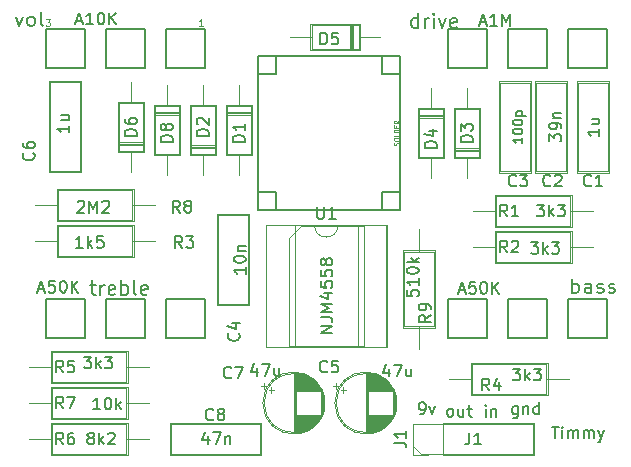
<source format=gbr>
G04 #@! TF.GenerationSoftware,KiCad,Pcbnew,7.0.11+dfsg-1build4*
G04 #@! TF.CreationDate,2026-02-22T11:15:35-05:00*
G04 #@! TF.ProjectId,timmy,74696d6d-792e-46b6-9963-61645f706362,rev?*
G04 #@! TF.SameCoordinates,Original*
G04 #@! TF.FileFunction,Legend,Top*
G04 #@! TF.FilePolarity,Positive*
%FSLAX46Y46*%
G04 Gerber Fmt 4.6, Leading zero omitted, Abs format (unit mm)*
G04 Created by KiCad (PCBNEW 7.0.11+dfsg-1build4) date 2026-02-22 11:15:35*
%MOMM*%
%LPD*%
G01*
G04 APERTURE LIST*
%ADD10C,0.150000*%
%ADD11C,0.152400*%
%ADD12C,0.073152*%
%ADD13C,0.032512*%
%ADD14C,0.120000*%
%ADD15C,0.100000*%
%ADD16C,0.127000*%
G04 APERTURE END LIST*
D10*
X139747905Y-82766819D02*
X140319333Y-82766819D01*
X140033619Y-83766819D02*
X140033619Y-82766819D01*
X140652667Y-83766819D02*
X140652667Y-83100152D01*
X140652667Y-82766819D02*
X140605048Y-82814438D01*
X140605048Y-82814438D02*
X140652667Y-82862057D01*
X140652667Y-82862057D02*
X140700286Y-82814438D01*
X140700286Y-82814438D02*
X140652667Y-82766819D01*
X140652667Y-82766819D02*
X140652667Y-82862057D01*
X141128857Y-83766819D02*
X141128857Y-83100152D01*
X141128857Y-83195390D02*
X141176476Y-83147771D01*
X141176476Y-83147771D02*
X141271714Y-83100152D01*
X141271714Y-83100152D02*
X141414571Y-83100152D01*
X141414571Y-83100152D02*
X141509809Y-83147771D01*
X141509809Y-83147771D02*
X141557428Y-83243009D01*
X141557428Y-83243009D02*
X141557428Y-83766819D01*
X141557428Y-83243009D02*
X141605047Y-83147771D01*
X141605047Y-83147771D02*
X141700285Y-83100152D01*
X141700285Y-83100152D02*
X141843142Y-83100152D01*
X141843142Y-83100152D02*
X141938381Y-83147771D01*
X141938381Y-83147771D02*
X141986000Y-83243009D01*
X141986000Y-83243009D02*
X141986000Y-83766819D01*
X142462190Y-83766819D02*
X142462190Y-83100152D01*
X142462190Y-83195390D02*
X142509809Y-83147771D01*
X142509809Y-83147771D02*
X142605047Y-83100152D01*
X142605047Y-83100152D02*
X142747904Y-83100152D01*
X142747904Y-83100152D02*
X142843142Y-83147771D01*
X142843142Y-83147771D02*
X142890761Y-83243009D01*
X142890761Y-83243009D02*
X142890761Y-83766819D01*
X142890761Y-83243009D02*
X142938380Y-83147771D01*
X142938380Y-83147771D02*
X143033618Y-83100152D01*
X143033618Y-83100152D02*
X143176475Y-83100152D01*
X143176475Y-83100152D02*
X143271714Y-83147771D01*
X143271714Y-83147771D02*
X143319333Y-83243009D01*
X143319333Y-83243009D02*
X143319333Y-83766819D01*
X143700285Y-83100152D02*
X143938380Y-83766819D01*
X144176475Y-83100152D02*
X143938380Y-83766819D01*
X143938380Y-83766819D02*
X143843142Y-84004914D01*
X143843142Y-84004914D02*
X143795523Y-84052533D01*
X143795523Y-84052533D02*
X143700285Y-84100152D01*
X133689160Y-48536104D02*
X134165350Y-48536104D01*
X133593922Y-48821819D02*
X133927255Y-47821819D01*
X133927255Y-47821819D02*
X134260588Y-48821819D01*
X135117731Y-48821819D02*
X134546303Y-48821819D01*
X134832017Y-48821819D02*
X134832017Y-47821819D01*
X134832017Y-47821819D02*
X134736779Y-47964676D01*
X134736779Y-47964676D02*
X134641541Y-48059914D01*
X134641541Y-48059914D02*
X134546303Y-48107533D01*
X135546303Y-48821819D02*
X135546303Y-47821819D01*
X135546303Y-47821819D02*
X135879636Y-48536104D01*
X135879636Y-48536104D02*
X136212969Y-47821819D01*
X136212969Y-47821819D02*
X136212969Y-48821819D01*
X99489160Y-48436104D02*
X99965350Y-48436104D01*
X99393922Y-48721819D02*
X99727255Y-47721819D01*
X99727255Y-47721819D02*
X100060588Y-48721819D01*
X100917731Y-48721819D02*
X100346303Y-48721819D01*
X100632017Y-48721819D02*
X100632017Y-47721819D01*
X100632017Y-47721819D02*
X100536779Y-47864676D01*
X100536779Y-47864676D02*
X100441541Y-47959914D01*
X100441541Y-47959914D02*
X100346303Y-48007533D01*
X101536779Y-47721819D02*
X101632017Y-47721819D01*
X101632017Y-47721819D02*
X101727255Y-47769438D01*
X101727255Y-47769438D02*
X101774874Y-47817057D01*
X101774874Y-47817057D02*
X101822493Y-47912295D01*
X101822493Y-47912295D02*
X101870112Y-48102771D01*
X101870112Y-48102771D02*
X101870112Y-48340866D01*
X101870112Y-48340866D02*
X101822493Y-48531342D01*
X101822493Y-48531342D02*
X101774874Y-48626580D01*
X101774874Y-48626580D02*
X101727255Y-48674200D01*
X101727255Y-48674200D02*
X101632017Y-48721819D01*
X101632017Y-48721819D02*
X101536779Y-48721819D01*
X101536779Y-48721819D02*
X101441541Y-48674200D01*
X101441541Y-48674200D02*
X101393922Y-48626580D01*
X101393922Y-48626580D02*
X101346303Y-48531342D01*
X101346303Y-48531342D02*
X101298684Y-48340866D01*
X101298684Y-48340866D02*
X101298684Y-48102771D01*
X101298684Y-48102771D02*
X101346303Y-47912295D01*
X101346303Y-47912295D02*
X101393922Y-47817057D01*
X101393922Y-47817057D02*
X101441541Y-47769438D01*
X101441541Y-47769438D02*
X101536779Y-47721819D01*
X102298684Y-48721819D02*
X102298684Y-47721819D01*
X102870112Y-48721819D02*
X102441541Y-48150390D01*
X102870112Y-47721819D02*
X102298684Y-48293247D01*
X96289160Y-71136104D02*
X96765350Y-71136104D01*
X96193922Y-71421819D02*
X96527255Y-70421819D01*
X96527255Y-70421819D02*
X96860588Y-71421819D01*
X97670112Y-70421819D02*
X97193922Y-70421819D01*
X97193922Y-70421819D02*
X97146303Y-70898009D01*
X97146303Y-70898009D02*
X97193922Y-70850390D01*
X97193922Y-70850390D02*
X97289160Y-70802771D01*
X97289160Y-70802771D02*
X97527255Y-70802771D01*
X97527255Y-70802771D02*
X97622493Y-70850390D01*
X97622493Y-70850390D02*
X97670112Y-70898009D01*
X97670112Y-70898009D02*
X97717731Y-70993247D01*
X97717731Y-70993247D02*
X97717731Y-71231342D01*
X97717731Y-71231342D02*
X97670112Y-71326580D01*
X97670112Y-71326580D02*
X97622493Y-71374200D01*
X97622493Y-71374200D02*
X97527255Y-71421819D01*
X97527255Y-71421819D02*
X97289160Y-71421819D01*
X97289160Y-71421819D02*
X97193922Y-71374200D01*
X97193922Y-71374200D02*
X97146303Y-71326580D01*
X98336779Y-70421819D02*
X98432017Y-70421819D01*
X98432017Y-70421819D02*
X98527255Y-70469438D01*
X98527255Y-70469438D02*
X98574874Y-70517057D01*
X98574874Y-70517057D02*
X98622493Y-70612295D01*
X98622493Y-70612295D02*
X98670112Y-70802771D01*
X98670112Y-70802771D02*
X98670112Y-71040866D01*
X98670112Y-71040866D02*
X98622493Y-71231342D01*
X98622493Y-71231342D02*
X98574874Y-71326580D01*
X98574874Y-71326580D02*
X98527255Y-71374200D01*
X98527255Y-71374200D02*
X98432017Y-71421819D01*
X98432017Y-71421819D02*
X98336779Y-71421819D01*
X98336779Y-71421819D02*
X98241541Y-71374200D01*
X98241541Y-71374200D02*
X98193922Y-71326580D01*
X98193922Y-71326580D02*
X98146303Y-71231342D01*
X98146303Y-71231342D02*
X98098684Y-71040866D01*
X98098684Y-71040866D02*
X98098684Y-70802771D01*
X98098684Y-70802771D02*
X98146303Y-70612295D01*
X98146303Y-70612295D02*
X98193922Y-70517057D01*
X98193922Y-70517057D02*
X98241541Y-70469438D01*
X98241541Y-70469438D02*
X98336779Y-70421819D01*
X99098684Y-71421819D02*
X99098684Y-70421819D01*
X99670112Y-71421819D02*
X99241541Y-70850390D01*
X99670112Y-70421819D02*
X99098684Y-70993247D01*
X134136779Y-81921819D02*
X134136779Y-81255152D01*
X134136779Y-80921819D02*
X134089160Y-80969438D01*
X134089160Y-80969438D02*
X134136779Y-81017057D01*
X134136779Y-81017057D02*
X134184398Y-80969438D01*
X134184398Y-80969438D02*
X134136779Y-80921819D01*
X134136779Y-80921819D02*
X134136779Y-81017057D01*
X134612969Y-81255152D02*
X134612969Y-81921819D01*
X134612969Y-81350390D02*
X134660588Y-81302771D01*
X134660588Y-81302771D02*
X134755826Y-81255152D01*
X134755826Y-81255152D02*
X134898683Y-81255152D01*
X134898683Y-81255152D02*
X134993921Y-81302771D01*
X134993921Y-81302771D02*
X135041540Y-81398009D01*
X135041540Y-81398009D02*
X135041540Y-81921819D01*
X131079636Y-81921819D02*
X130984398Y-81874200D01*
X130984398Y-81874200D02*
X130936779Y-81826580D01*
X130936779Y-81826580D02*
X130889160Y-81731342D01*
X130889160Y-81731342D02*
X130889160Y-81445628D01*
X130889160Y-81445628D02*
X130936779Y-81350390D01*
X130936779Y-81350390D02*
X130984398Y-81302771D01*
X130984398Y-81302771D02*
X131079636Y-81255152D01*
X131079636Y-81255152D02*
X131222493Y-81255152D01*
X131222493Y-81255152D02*
X131317731Y-81302771D01*
X131317731Y-81302771D02*
X131365350Y-81350390D01*
X131365350Y-81350390D02*
X131412969Y-81445628D01*
X131412969Y-81445628D02*
X131412969Y-81731342D01*
X131412969Y-81731342D02*
X131365350Y-81826580D01*
X131365350Y-81826580D02*
X131317731Y-81874200D01*
X131317731Y-81874200D02*
X131222493Y-81921819D01*
X131222493Y-81921819D02*
X131079636Y-81921819D01*
X132270112Y-81255152D02*
X132270112Y-81921819D01*
X131841541Y-81255152D02*
X131841541Y-81778961D01*
X131841541Y-81778961D02*
X131889160Y-81874200D01*
X131889160Y-81874200D02*
X131984398Y-81921819D01*
X131984398Y-81921819D02*
X132127255Y-81921819D01*
X132127255Y-81921819D02*
X132222493Y-81874200D01*
X132222493Y-81874200D02*
X132270112Y-81826580D01*
X132603446Y-81255152D02*
X132984398Y-81255152D01*
X132746303Y-80921819D02*
X132746303Y-81778961D01*
X132746303Y-81778961D02*
X132793922Y-81874200D01*
X132793922Y-81874200D02*
X132889160Y-81921819D01*
X132889160Y-81921819D02*
X132984398Y-81921819D01*
X136865350Y-81055152D02*
X136865350Y-81864676D01*
X136865350Y-81864676D02*
X136817731Y-81959914D01*
X136817731Y-81959914D02*
X136770112Y-82007533D01*
X136770112Y-82007533D02*
X136674874Y-82055152D01*
X136674874Y-82055152D02*
X136532017Y-82055152D01*
X136532017Y-82055152D02*
X136436779Y-82007533D01*
X136865350Y-81674200D02*
X136770112Y-81721819D01*
X136770112Y-81721819D02*
X136579636Y-81721819D01*
X136579636Y-81721819D02*
X136484398Y-81674200D01*
X136484398Y-81674200D02*
X136436779Y-81626580D01*
X136436779Y-81626580D02*
X136389160Y-81531342D01*
X136389160Y-81531342D02*
X136389160Y-81245628D01*
X136389160Y-81245628D02*
X136436779Y-81150390D01*
X136436779Y-81150390D02*
X136484398Y-81102771D01*
X136484398Y-81102771D02*
X136579636Y-81055152D01*
X136579636Y-81055152D02*
X136770112Y-81055152D01*
X136770112Y-81055152D02*
X136865350Y-81102771D01*
X137341541Y-81055152D02*
X137341541Y-81721819D01*
X137341541Y-81150390D02*
X137389160Y-81102771D01*
X137389160Y-81102771D02*
X137484398Y-81055152D01*
X137484398Y-81055152D02*
X137627255Y-81055152D01*
X137627255Y-81055152D02*
X137722493Y-81102771D01*
X137722493Y-81102771D02*
X137770112Y-81198009D01*
X137770112Y-81198009D02*
X137770112Y-81721819D01*
X138674874Y-81721819D02*
X138674874Y-80721819D01*
X138674874Y-81674200D02*
X138579636Y-81721819D01*
X138579636Y-81721819D02*
X138389160Y-81721819D01*
X138389160Y-81721819D02*
X138293922Y-81674200D01*
X138293922Y-81674200D02*
X138246303Y-81626580D01*
X138246303Y-81626580D02*
X138198684Y-81531342D01*
X138198684Y-81531342D02*
X138198684Y-81245628D01*
X138198684Y-81245628D02*
X138246303Y-81150390D01*
X138246303Y-81150390D02*
X138293922Y-81102771D01*
X138293922Y-81102771D02*
X138389160Y-81055152D01*
X138389160Y-81055152D02*
X138579636Y-81055152D01*
X138579636Y-81055152D02*
X138674874Y-81102771D01*
X128584398Y-81721819D02*
X128774874Y-81721819D01*
X128774874Y-81721819D02*
X128870112Y-81674200D01*
X128870112Y-81674200D02*
X128917731Y-81626580D01*
X128917731Y-81626580D02*
X129012969Y-81483723D01*
X129012969Y-81483723D02*
X129060588Y-81293247D01*
X129060588Y-81293247D02*
X129060588Y-80912295D01*
X129060588Y-80912295D02*
X129012969Y-80817057D01*
X129012969Y-80817057D02*
X128965350Y-80769438D01*
X128965350Y-80769438D02*
X128870112Y-80721819D01*
X128870112Y-80721819D02*
X128679636Y-80721819D01*
X128679636Y-80721819D02*
X128584398Y-80769438D01*
X128584398Y-80769438D02*
X128536779Y-80817057D01*
X128536779Y-80817057D02*
X128489160Y-80912295D01*
X128489160Y-80912295D02*
X128489160Y-81150390D01*
X128489160Y-81150390D02*
X128536779Y-81245628D01*
X128536779Y-81245628D02*
X128584398Y-81293247D01*
X128584398Y-81293247D02*
X128679636Y-81340866D01*
X128679636Y-81340866D02*
X128870112Y-81340866D01*
X128870112Y-81340866D02*
X128965350Y-81293247D01*
X128965350Y-81293247D02*
X129012969Y-81245628D01*
X129012969Y-81245628D02*
X129060588Y-81150390D01*
X129393922Y-81055152D02*
X129632017Y-81721819D01*
X129632017Y-81721819D02*
X129870112Y-81055152D01*
X131889160Y-71236104D02*
X132365350Y-71236104D01*
X131793922Y-71521819D02*
X132127255Y-70521819D01*
X132127255Y-70521819D02*
X132460588Y-71521819D01*
X133270112Y-70521819D02*
X132793922Y-70521819D01*
X132793922Y-70521819D02*
X132746303Y-70998009D01*
X132746303Y-70998009D02*
X132793922Y-70950390D01*
X132793922Y-70950390D02*
X132889160Y-70902771D01*
X132889160Y-70902771D02*
X133127255Y-70902771D01*
X133127255Y-70902771D02*
X133222493Y-70950390D01*
X133222493Y-70950390D02*
X133270112Y-70998009D01*
X133270112Y-70998009D02*
X133317731Y-71093247D01*
X133317731Y-71093247D02*
X133317731Y-71331342D01*
X133317731Y-71331342D02*
X133270112Y-71426580D01*
X133270112Y-71426580D02*
X133222493Y-71474200D01*
X133222493Y-71474200D02*
X133127255Y-71521819D01*
X133127255Y-71521819D02*
X132889160Y-71521819D01*
X132889160Y-71521819D02*
X132793922Y-71474200D01*
X132793922Y-71474200D02*
X132746303Y-71426580D01*
X133936779Y-70521819D02*
X134032017Y-70521819D01*
X134032017Y-70521819D02*
X134127255Y-70569438D01*
X134127255Y-70569438D02*
X134174874Y-70617057D01*
X134174874Y-70617057D02*
X134222493Y-70712295D01*
X134222493Y-70712295D02*
X134270112Y-70902771D01*
X134270112Y-70902771D02*
X134270112Y-71140866D01*
X134270112Y-71140866D02*
X134222493Y-71331342D01*
X134222493Y-71331342D02*
X134174874Y-71426580D01*
X134174874Y-71426580D02*
X134127255Y-71474200D01*
X134127255Y-71474200D02*
X134032017Y-71521819D01*
X134032017Y-71521819D02*
X133936779Y-71521819D01*
X133936779Y-71521819D02*
X133841541Y-71474200D01*
X133841541Y-71474200D02*
X133793922Y-71426580D01*
X133793922Y-71426580D02*
X133746303Y-71331342D01*
X133746303Y-71331342D02*
X133698684Y-71140866D01*
X133698684Y-71140866D02*
X133698684Y-70902771D01*
X133698684Y-70902771D02*
X133746303Y-70712295D01*
X133746303Y-70712295D02*
X133793922Y-70617057D01*
X133793922Y-70617057D02*
X133841541Y-70569438D01*
X133841541Y-70569438D02*
X133936779Y-70521819D01*
X134698684Y-71521819D02*
X134698684Y-70521819D01*
X135270112Y-71521819D02*
X134841541Y-70950390D01*
X135270112Y-70521819D02*
X134698684Y-71093247D01*
X143089333Y-62335580D02*
X143041714Y-62383200D01*
X143041714Y-62383200D02*
X142898857Y-62430819D01*
X142898857Y-62430819D02*
X142803619Y-62430819D01*
X142803619Y-62430819D02*
X142660762Y-62383200D01*
X142660762Y-62383200D02*
X142565524Y-62287961D01*
X142565524Y-62287961D02*
X142517905Y-62192723D01*
X142517905Y-62192723D02*
X142470286Y-62002247D01*
X142470286Y-62002247D02*
X142470286Y-61859390D01*
X142470286Y-61859390D02*
X142517905Y-61668914D01*
X142517905Y-61668914D02*
X142565524Y-61573676D01*
X142565524Y-61573676D02*
X142660762Y-61478438D01*
X142660762Y-61478438D02*
X142803619Y-61430819D01*
X142803619Y-61430819D02*
X142898857Y-61430819D01*
X142898857Y-61430819D02*
X143041714Y-61478438D01*
X143041714Y-61478438D02*
X143089333Y-61526057D01*
X144041714Y-62430819D02*
X143470286Y-62430819D01*
X143756000Y-62430819D02*
X143756000Y-61430819D01*
X143756000Y-61430819D02*
X143660762Y-61573676D01*
X143660762Y-61573676D02*
X143565524Y-61668914D01*
X143565524Y-61668914D02*
X143470286Y-61716533D01*
X143784479Y-57576386D02*
X143784479Y-58147814D01*
X143784479Y-57862100D02*
X142784479Y-57862100D01*
X142784479Y-57862100D02*
X142927336Y-57957338D01*
X142927336Y-57957338D02*
X143022574Y-58052576D01*
X143022574Y-58052576D02*
X143070193Y-58147814D01*
X143117812Y-56719243D02*
X143784479Y-56719243D01*
X143117812Y-57147814D02*
X143641621Y-57147814D01*
X143641621Y-57147814D02*
X143736860Y-57100195D01*
X143736860Y-57100195D02*
X143784479Y-57004957D01*
X143784479Y-57004957D02*
X143784479Y-56862100D01*
X143784479Y-56862100D02*
X143736860Y-56766862D01*
X143736860Y-56766862D02*
X143689240Y-56719243D01*
X139632393Y-62335580D02*
X139584774Y-62383200D01*
X139584774Y-62383200D02*
X139441917Y-62430819D01*
X139441917Y-62430819D02*
X139346679Y-62430819D01*
X139346679Y-62430819D02*
X139203822Y-62383200D01*
X139203822Y-62383200D02*
X139108584Y-62287961D01*
X139108584Y-62287961D02*
X139060965Y-62192723D01*
X139060965Y-62192723D02*
X139013346Y-62002247D01*
X139013346Y-62002247D02*
X139013346Y-61859390D01*
X139013346Y-61859390D02*
X139060965Y-61668914D01*
X139060965Y-61668914D02*
X139108584Y-61573676D01*
X139108584Y-61573676D02*
X139203822Y-61478438D01*
X139203822Y-61478438D02*
X139346679Y-61430819D01*
X139346679Y-61430819D02*
X139441917Y-61430819D01*
X139441917Y-61430819D02*
X139584774Y-61478438D01*
X139584774Y-61478438D02*
X139632393Y-61526057D01*
X140013346Y-61526057D02*
X140060965Y-61478438D01*
X140060965Y-61478438D02*
X140156203Y-61430819D01*
X140156203Y-61430819D02*
X140394298Y-61430819D01*
X140394298Y-61430819D02*
X140489536Y-61478438D01*
X140489536Y-61478438D02*
X140537155Y-61526057D01*
X140537155Y-61526057D02*
X140584774Y-61621295D01*
X140584774Y-61621295D02*
X140584774Y-61716533D01*
X140584774Y-61716533D02*
X140537155Y-61859390D01*
X140537155Y-61859390D02*
X139965727Y-62430819D01*
X139965727Y-62430819D02*
X140584774Y-62430819D01*
X139554819Y-58613904D02*
X139554819Y-57994857D01*
X139554819Y-57994857D02*
X139935771Y-58328190D01*
X139935771Y-58328190D02*
X139935771Y-58185333D01*
X139935771Y-58185333D02*
X139983390Y-58090095D01*
X139983390Y-58090095D02*
X140031009Y-58042476D01*
X140031009Y-58042476D02*
X140126247Y-57994857D01*
X140126247Y-57994857D02*
X140364342Y-57994857D01*
X140364342Y-57994857D02*
X140459580Y-58042476D01*
X140459580Y-58042476D02*
X140507200Y-58090095D01*
X140507200Y-58090095D02*
X140554819Y-58185333D01*
X140554819Y-58185333D02*
X140554819Y-58471047D01*
X140554819Y-58471047D02*
X140507200Y-58566285D01*
X140507200Y-58566285D02*
X140459580Y-58613904D01*
X140554819Y-57518666D02*
X140554819Y-57328190D01*
X140554819Y-57328190D02*
X140507200Y-57232952D01*
X140507200Y-57232952D02*
X140459580Y-57185333D01*
X140459580Y-57185333D02*
X140316723Y-57090095D01*
X140316723Y-57090095D02*
X140126247Y-57042476D01*
X140126247Y-57042476D02*
X139745295Y-57042476D01*
X139745295Y-57042476D02*
X139650057Y-57090095D01*
X139650057Y-57090095D02*
X139602438Y-57137714D01*
X139602438Y-57137714D02*
X139554819Y-57232952D01*
X139554819Y-57232952D02*
X139554819Y-57423428D01*
X139554819Y-57423428D02*
X139602438Y-57518666D01*
X139602438Y-57518666D02*
X139650057Y-57566285D01*
X139650057Y-57566285D02*
X139745295Y-57613904D01*
X139745295Y-57613904D02*
X139983390Y-57613904D01*
X139983390Y-57613904D02*
X140078628Y-57566285D01*
X140078628Y-57566285D02*
X140126247Y-57518666D01*
X140126247Y-57518666D02*
X140173866Y-57423428D01*
X140173866Y-57423428D02*
X140173866Y-57232952D01*
X140173866Y-57232952D02*
X140126247Y-57137714D01*
X140126247Y-57137714D02*
X140078628Y-57090095D01*
X140078628Y-57090095D02*
X139983390Y-57042476D01*
X139888152Y-56613904D02*
X140554819Y-56613904D01*
X139983390Y-56613904D02*
X139935771Y-56566285D01*
X139935771Y-56566285D02*
X139888152Y-56471047D01*
X139888152Y-56471047D02*
X139888152Y-56328190D01*
X139888152Y-56328190D02*
X139935771Y-56232952D01*
X139935771Y-56232952D02*
X140031009Y-56185333D01*
X140031009Y-56185333D02*
X140554819Y-56185333D01*
X136732933Y-62335580D02*
X136685314Y-62383200D01*
X136685314Y-62383200D02*
X136542457Y-62430819D01*
X136542457Y-62430819D02*
X136447219Y-62430819D01*
X136447219Y-62430819D02*
X136304362Y-62383200D01*
X136304362Y-62383200D02*
X136209124Y-62287961D01*
X136209124Y-62287961D02*
X136161505Y-62192723D01*
X136161505Y-62192723D02*
X136113886Y-62002247D01*
X136113886Y-62002247D02*
X136113886Y-61859390D01*
X136113886Y-61859390D02*
X136161505Y-61668914D01*
X136161505Y-61668914D02*
X136209124Y-61573676D01*
X136209124Y-61573676D02*
X136304362Y-61478438D01*
X136304362Y-61478438D02*
X136447219Y-61430819D01*
X136447219Y-61430819D02*
X136542457Y-61430819D01*
X136542457Y-61430819D02*
X136685314Y-61478438D01*
X136685314Y-61478438D02*
X136732933Y-61526057D01*
X137066267Y-61430819D02*
X137685314Y-61430819D01*
X137685314Y-61430819D02*
X137351981Y-61811771D01*
X137351981Y-61811771D02*
X137494838Y-61811771D01*
X137494838Y-61811771D02*
X137590076Y-61859390D01*
X137590076Y-61859390D02*
X137637695Y-61907009D01*
X137637695Y-61907009D02*
X137685314Y-62002247D01*
X137685314Y-62002247D02*
X137685314Y-62240342D01*
X137685314Y-62240342D02*
X137637695Y-62335580D01*
X137637695Y-62335580D02*
X137590076Y-62383200D01*
X137590076Y-62383200D02*
X137494838Y-62430819D01*
X137494838Y-62430819D02*
X137209124Y-62430819D01*
X137209124Y-62430819D02*
X137113886Y-62383200D01*
X137113886Y-62383200D02*
X137066267Y-62335580D01*
X137261895Y-58299238D02*
X137261895Y-58756381D01*
X137261895Y-58527809D02*
X136461895Y-58527809D01*
X136461895Y-58527809D02*
X136576180Y-58604000D01*
X136576180Y-58604000D02*
X136652371Y-58680190D01*
X136652371Y-58680190D02*
X136690466Y-58756381D01*
X136461895Y-57803999D02*
X136461895Y-57727809D01*
X136461895Y-57727809D02*
X136499990Y-57651618D01*
X136499990Y-57651618D02*
X136538085Y-57613523D01*
X136538085Y-57613523D02*
X136614276Y-57575428D01*
X136614276Y-57575428D02*
X136766657Y-57537333D01*
X136766657Y-57537333D02*
X136957133Y-57537333D01*
X136957133Y-57537333D02*
X137109514Y-57575428D01*
X137109514Y-57575428D02*
X137185704Y-57613523D01*
X137185704Y-57613523D02*
X137223800Y-57651618D01*
X137223800Y-57651618D02*
X137261895Y-57727809D01*
X137261895Y-57727809D02*
X137261895Y-57803999D01*
X137261895Y-57803999D02*
X137223800Y-57880190D01*
X137223800Y-57880190D02*
X137185704Y-57918285D01*
X137185704Y-57918285D02*
X137109514Y-57956380D01*
X137109514Y-57956380D02*
X136957133Y-57994476D01*
X136957133Y-57994476D02*
X136766657Y-57994476D01*
X136766657Y-57994476D02*
X136614276Y-57956380D01*
X136614276Y-57956380D02*
X136538085Y-57918285D01*
X136538085Y-57918285D02*
X136499990Y-57880190D01*
X136499990Y-57880190D02*
X136461895Y-57803999D01*
X136461895Y-57042094D02*
X136461895Y-56965904D01*
X136461895Y-56965904D02*
X136499990Y-56889713D01*
X136499990Y-56889713D02*
X136538085Y-56851618D01*
X136538085Y-56851618D02*
X136614276Y-56813523D01*
X136614276Y-56813523D02*
X136766657Y-56775428D01*
X136766657Y-56775428D02*
X136957133Y-56775428D01*
X136957133Y-56775428D02*
X137109514Y-56813523D01*
X137109514Y-56813523D02*
X137185704Y-56851618D01*
X137185704Y-56851618D02*
X137223800Y-56889713D01*
X137223800Y-56889713D02*
X137261895Y-56965904D01*
X137261895Y-56965904D02*
X137261895Y-57042094D01*
X137261895Y-57042094D02*
X137223800Y-57118285D01*
X137223800Y-57118285D02*
X137185704Y-57156380D01*
X137185704Y-57156380D02*
X137109514Y-57194475D01*
X137109514Y-57194475D02*
X136957133Y-57232571D01*
X136957133Y-57232571D02*
X136766657Y-57232571D01*
X136766657Y-57232571D02*
X136614276Y-57194475D01*
X136614276Y-57194475D02*
X136538085Y-57156380D01*
X136538085Y-57156380D02*
X136499990Y-57118285D01*
X136499990Y-57118285D02*
X136461895Y-57042094D01*
X136728561Y-56432570D02*
X137528561Y-56432570D01*
X136766657Y-56432570D02*
X136728561Y-56356380D01*
X136728561Y-56356380D02*
X136728561Y-56203999D01*
X136728561Y-56203999D02*
X136766657Y-56127808D01*
X136766657Y-56127808D02*
X136804752Y-56089713D01*
X136804752Y-56089713D02*
X136880942Y-56051618D01*
X136880942Y-56051618D02*
X137109514Y-56051618D01*
X137109514Y-56051618D02*
X137185704Y-56089713D01*
X137185704Y-56089713D02*
X137223800Y-56127808D01*
X137223800Y-56127808D02*
X137261895Y-56203999D01*
X137261895Y-56203999D02*
X137261895Y-56356380D01*
X137261895Y-56356380D02*
X137223800Y-56432570D01*
X113231300Y-74879586D02*
X113278920Y-74927205D01*
X113278920Y-74927205D02*
X113326539Y-75070062D01*
X113326539Y-75070062D02*
X113326539Y-75165300D01*
X113326539Y-75165300D02*
X113278920Y-75308157D01*
X113278920Y-75308157D02*
X113183681Y-75403395D01*
X113183681Y-75403395D02*
X113088443Y-75451014D01*
X113088443Y-75451014D02*
X112897967Y-75498633D01*
X112897967Y-75498633D02*
X112755110Y-75498633D01*
X112755110Y-75498633D02*
X112564634Y-75451014D01*
X112564634Y-75451014D02*
X112469396Y-75403395D01*
X112469396Y-75403395D02*
X112374158Y-75308157D01*
X112374158Y-75308157D02*
X112326539Y-75165300D01*
X112326539Y-75165300D02*
X112326539Y-75070062D01*
X112326539Y-75070062D02*
X112374158Y-74927205D01*
X112374158Y-74927205D02*
X112421777Y-74879586D01*
X112659872Y-74022443D02*
X113326539Y-74022443D01*
X112278920Y-74260538D02*
X112993205Y-74498633D01*
X112993205Y-74498633D02*
X112993205Y-73879586D01*
X113826539Y-69262857D02*
X113826539Y-69834285D01*
X113826539Y-69548571D02*
X112826539Y-69548571D01*
X112826539Y-69548571D02*
X112969396Y-69643809D01*
X112969396Y-69643809D02*
X113064634Y-69739047D01*
X113064634Y-69739047D02*
X113112253Y-69834285D01*
X112826539Y-68643809D02*
X112826539Y-68548571D01*
X112826539Y-68548571D02*
X112874158Y-68453333D01*
X112874158Y-68453333D02*
X112921777Y-68405714D01*
X112921777Y-68405714D02*
X113017015Y-68358095D01*
X113017015Y-68358095D02*
X113207491Y-68310476D01*
X113207491Y-68310476D02*
X113445586Y-68310476D01*
X113445586Y-68310476D02*
X113636062Y-68358095D01*
X113636062Y-68358095D02*
X113731300Y-68405714D01*
X113731300Y-68405714D02*
X113778920Y-68453333D01*
X113778920Y-68453333D02*
X113826539Y-68548571D01*
X113826539Y-68548571D02*
X113826539Y-68643809D01*
X113826539Y-68643809D02*
X113778920Y-68739047D01*
X113778920Y-68739047D02*
X113731300Y-68786666D01*
X113731300Y-68786666D02*
X113636062Y-68834285D01*
X113636062Y-68834285D02*
X113445586Y-68881904D01*
X113445586Y-68881904D02*
X113207491Y-68881904D01*
X113207491Y-68881904D02*
X113017015Y-68834285D01*
X113017015Y-68834285D02*
X112921777Y-68786666D01*
X112921777Y-68786666D02*
X112874158Y-68739047D01*
X112874158Y-68739047D02*
X112826539Y-68643809D01*
X113159872Y-67881904D02*
X113826539Y-67881904D01*
X113255110Y-67881904D02*
X113207491Y-67834285D01*
X113207491Y-67834285D02*
X113159872Y-67739047D01*
X113159872Y-67739047D02*
X113159872Y-67596190D01*
X113159872Y-67596190D02*
X113207491Y-67500952D01*
X113207491Y-67500952D02*
X113302729Y-67453333D01*
X113302729Y-67453333D02*
X113826539Y-67453333D01*
X120737333Y-78083580D02*
X120689714Y-78131200D01*
X120689714Y-78131200D02*
X120546857Y-78178819D01*
X120546857Y-78178819D02*
X120451619Y-78178819D01*
X120451619Y-78178819D02*
X120308762Y-78131200D01*
X120308762Y-78131200D02*
X120213524Y-78035961D01*
X120213524Y-78035961D02*
X120165905Y-77940723D01*
X120165905Y-77940723D02*
X120118286Y-77750247D01*
X120118286Y-77750247D02*
X120118286Y-77607390D01*
X120118286Y-77607390D02*
X120165905Y-77416914D01*
X120165905Y-77416914D02*
X120213524Y-77321676D01*
X120213524Y-77321676D02*
X120308762Y-77226438D01*
X120308762Y-77226438D02*
X120451619Y-77178819D01*
X120451619Y-77178819D02*
X120546857Y-77178819D01*
X120546857Y-77178819D02*
X120689714Y-77226438D01*
X120689714Y-77226438D02*
X120737333Y-77274057D01*
X121642095Y-77178819D02*
X121165905Y-77178819D01*
X121165905Y-77178819D02*
X121118286Y-77655009D01*
X121118286Y-77655009D02*
X121165905Y-77607390D01*
X121165905Y-77607390D02*
X121261143Y-77559771D01*
X121261143Y-77559771D02*
X121499238Y-77559771D01*
X121499238Y-77559771D02*
X121594476Y-77607390D01*
X121594476Y-77607390D02*
X121642095Y-77655009D01*
X121642095Y-77655009D02*
X121689714Y-77750247D01*
X121689714Y-77750247D02*
X121689714Y-77988342D01*
X121689714Y-77988342D02*
X121642095Y-78083580D01*
X121642095Y-78083580D02*
X121594476Y-78131200D01*
X121594476Y-78131200D02*
X121499238Y-78178819D01*
X121499238Y-78178819D02*
X121261143Y-78178819D01*
X121261143Y-78178819D02*
X121165905Y-78131200D01*
X121165905Y-78131200D02*
X121118286Y-78083580D01*
X125945032Y-77860432D02*
X125945032Y-78527099D01*
X125706937Y-77479480D02*
X125468842Y-78193765D01*
X125468842Y-78193765D02*
X126087889Y-78193765D01*
X126373604Y-77527099D02*
X127040270Y-77527099D01*
X127040270Y-77527099D02*
X126611699Y-78527099D01*
X127849794Y-77860432D02*
X127849794Y-78527099D01*
X127421223Y-77860432D02*
X127421223Y-78384241D01*
X127421223Y-78384241D02*
X127468842Y-78479480D01*
X127468842Y-78479480D02*
X127564080Y-78527099D01*
X127564080Y-78527099D02*
X127706937Y-78527099D01*
X127706937Y-78527099D02*
X127802175Y-78479480D01*
X127802175Y-78479480D02*
X127849794Y-78431860D01*
X95863580Y-59602666D02*
X95911200Y-59650285D01*
X95911200Y-59650285D02*
X95958819Y-59793142D01*
X95958819Y-59793142D02*
X95958819Y-59888380D01*
X95958819Y-59888380D02*
X95911200Y-60031237D01*
X95911200Y-60031237D02*
X95815961Y-60126475D01*
X95815961Y-60126475D02*
X95720723Y-60174094D01*
X95720723Y-60174094D02*
X95530247Y-60221713D01*
X95530247Y-60221713D02*
X95387390Y-60221713D01*
X95387390Y-60221713D02*
X95196914Y-60174094D01*
X95196914Y-60174094D02*
X95101676Y-60126475D01*
X95101676Y-60126475D02*
X95006438Y-60031237D01*
X95006438Y-60031237D02*
X94958819Y-59888380D01*
X94958819Y-59888380D02*
X94958819Y-59793142D01*
X94958819Y-59793142D02*
X95006438Y-59650285D01*
X95006438Y-59650285D02*
X95054057Y-59602666D01*
X94958819Y-58745523D02*
X94958819Y-58935999D01*
X94958819Y-58935999D02*
X95006438Y-59031237D01*
X95006438Y-59031237D02*
X95054057Y-59078856D01*
X95054057Y-59078856D02*
X95196914Y-59174094D01*
X95196914Y-59174094D02*
X95387390Y-59221713D01*
X95387390Y-59221713D02*
X95768342Y-59221713D01*
X95768342Y-59221713D02*
X95863580Y-59174094D01*
X95863580Y-59174094D02*
X95911200Y-59126475D01*
X95911200Y-59126475D02*
X95958819Y-59031237D01*
X95958819Y-59031237D02*
X95958819Y-58840761D01*
X95958819Y-58840761D02*
X95911200Y-58745523D01*
X95911200Y-58745523D02*
X95863580Y-58697904D01*
X95863580Y-58697904D02*
X95768342Y-58650285D01*
X95768342Y-58650285D02*
X95530247Y-58650285D01*
X95530247Y-58650285D02*
X95435009Y-58697904D01*
X95435009Y-58697904D02*
X95387390Y-58745523D01*
X95387390Y-58745523D02*
X95339771Y-58840761D01*
X95339771Y-58840761D02*
X95339771Y-59031237D01*
X95339771Y-59031237D02*
X95387390Y-59126475D01*
X95387390Y-59126475D02*
X95435009Y-59174094D01*
X95435009Y-59174094D02*
X95530247Y-59221713D01*
X98898379Y-57279026D02*
X98898379Y-57850454D01*
X98898379Y-57564740D02*
X97898379Y-57564740D01*
X97898379Y-57564740D02*
X98041236Y-57659978D01*
X98041236Y-57659978D02*
X98136474Y-57755216D01*
X98136474Y-57755216D02*
X98184093Y-57850454D01*
X98231712Y-56421883D02*
X98898379Y-56421883D01*
X98231712Y-56850454D02*
X98755521Y-56850454D01*
X98755521Y-56850454D02*
X98850760Y-56802835D01*
X98850760Y-56802835D02*
X98898379Y-56707597D01*
X98898379Y-56707597D02*
X98898379Y-56564740D01*
X98898379Y-56564740D02*
X98850760Y-56469502D01*
X98850760Y-56469502D02*
X98803140Y-56421883D01*
X112609333Y-78591580D02*
X112561714Y-78639200D01*
X112561714Y-78639200D02*
X112418857Y-78686819D01*
X112418857Y-78686819D02*
X112323619Y-78686819D01*
X112323619Y-78686819D02*
X112180762Y-78639200D01*
X112180762Y-78639200D02*
X112085524Y-78543961D01*
X112085524Y-78543961D02*
X112037905Y-78448723D01*
X112037905Y-78448723D02*
X111990286Y-78258247D01*
X111990286Y-78258247D02*
X111990286Y-78115390D01*
X111990286Y-78115390D02*
X112037905Y-77924914D01*
X112037905Y-77924914D02*
X112085524Y-77829676D01*
X112085524Y-77829676D02*
X112180762Y-77734438D01*
X112180762Y-77734438D02*
X112323619Y-77686819D01*
X112323619Y-77686819D02*
X112418857Y-77686819D01*
X112418857Y-77686819D02*
X112561714Y-77734438D01*
X112561714Y-77734438D02*
X112609333Y-77782057D01*
X112942667Y-77686819D02*
X113609333Y-77686819D01*
X113609333Y-77686819D02*
X113180762Y-78686819D01*
X114765832Y-77779152D02*
X114765832Y-78445819D01*
X114527737Y-77398200D02*
X114289642Y-78112485D01*
X114289642Y-78112485D02*
X114908689Y-78112485D01*
X115194404Y-77445819D02*
X115861070Y-77445819D01*
X115861070Y-77445819D02*
X115432499Y-78445819D01*
X116670594Y-77779152D02*
X116670594Y-78445819D01*
X116242023Y-77779152D02*
X116242023Y-78302961D01*
X116242023Y-78302961D02*
X116289642Y-78398200D01*
X116289642Y-78398200D02*
X116384880Y-78445819D01*
X116384880Y-78445819D02*
X116527737Y-78445819D01*
X116527737Y-78445819D02*
X116622975Y-78398200D01*
X116622975Y-78398200D02*
X116670594Y-78350580D01*
X111085333Y-82147580D02*
X111037714Y-82195200D01*
X111037714Y-82195200D02*
X110894857Y-82242819D01*
X110894857Y-82242819D02*
X110799619Y-82242819D01*
X110799619Y-82242819D02*
X110656762Y-82195200D01*
X110656762Y-82195200D02*
X110561524Y-82099961D01*
X110561524Y-82099961D02*
X110513905Y-82004723D01*
X110513905Y-82004723D02*
X110466286Y-81814247D01*
X110466286Y-81814247D02*
X110466286Y-81671390D01*
X110466286Y-81671390D02*
X110513905Y-81480914D01*
X110513905Y-81480914D02*
X110561524Y-81385676D01*
X110561524Y-81385676D02*
X110656762Y-81290438D01*
X110656762Y-81290438D02*
X110799619Y-81242819D01*
X110799619Y-81242819D02*
X110894857Y-81242819D01*
X110894857Y-81242819D02*
X111037714Y-81290438D01*
X111037714Y-81290438D02*
X111085333Y-81338057D01*
X111656762Y-81671390D02*
X111561524Y-81623771D01*
X111561524Y-81623771D02*
X111513905Y-81576152D01*
X111513905Y-81576152D02*
X111466286Y-81480914D01*
X111466286Y-81480914D02*
X111466286Y-81433295D01*
X111466286Y-81433295D02*
X111513905Y-81338057D01*
X111513905Y-81338057D02*
X111561524Y-81290438D01*
X111561524Y-81290438D02*
X111656762Y-81242819D01*
X111656762Y-81242819D02*
X111847238Y-81242819D01*
X111847238Y-81242819D02*
X111942476Y-81290438D01*
X111942476Y-81290438D02*
X111990095Y-81338057D01*
X111990095Y-81338057D02*
X112037714Y-81433295D01*
X112037714Y-81433295D02*
X112037714Y-81480914D01*
X112037714Y-81480914D02*
X111990095Y-81576152D01*
X111990095Y-81576152D02*
X111942476Y-81623771D01*
X111942476Y-81623771D02*
X111847238Y-81671390D01*
X111847238Y-81671390D02*
X111656762Y-81671390D01*
X111656762Y-81671390D02*
X111561524Y-81719009D01*
X111561524Y-81719009D02*
X111513905Y-81766628D01*
X111513905Y-81766628D02*
X111466286Y-81861866D01*
X111466286Y-81861866D02*
X111466286Y-82052342D01*
X111466286Y-82052342D02*
X111513905Y-82147580D01*
X111513905Y-82147580D02*
X111561524Y-82195200D01*
X111561524Y-82195200D02*
X111656762Y-82242819D01*
X111656762Y-82242819D02*
X111847238Y-82242819D01*
X111847238Y-82242819D02*
X111942476Y-82195200D01*
X111942476Y-82195200D02*
X111990095Y-82147580D01*
X111990095Y-82147580D02*
X112037714Y-82052342D01*
X112037714Y-82052342D02*
X112037714Y-81861866D01*
X112037714Y-81861866D02*
X111990095Y-81766628D01*
X111990095Y-81766628D02*
X111942476Y-81719009D01*
X111942476Y-81719009D02*
X111847238Y-81671390D01*
X110630104Y-83595452D02*
X110630104Y-84262119D01*
X110392009Y-83214500D02*
X110153914Y-83928785D01*
X110153914Y-83928785D02*
X110772961Y-83928785D01*
X111058676Y-83262119D02*
X111725342Y-83262119D01*
X111725342Y-83262119D02*
X111296771Y-84262119D01*
X112106295Y-83595452D02*
X112106295Y-84262119D01*
X112106295Y-83690690D02*
X112153914Y-83643071D01*
X112153914Y-83643071D02*
X112249152Y-83595452D01*
X112249152Y-83595452D02*
X112392009Y-83595452D01*
X112392009Y-83595452D02*
X112487247Y-83643071D01*
X112487247Y-83643071D02*
X112534866Y-83738309D01*
X112534866Y-83738309D02*
X112534866Y-84262119D01*
X113738819Y-58650094D02*
X112738819Y-58650094D01*
X112738819Y-58650094D02*
X112738819Y-58411999D01*
X112738819Y-58411999D02*
X112786438Y-58269142D01*
X112786438Y-58269142D02*
X112881676Y-58173904D01*
X112881676Y-58173904D02*
X112976914Y-58126285D01*
X112976914Y-58126285D02*
X113167390Y-58078666D01*
X113167390Y-58078666D02*
X113310247Y-58078666D01*
X113310247Y-58078666D02*
X113500723Y-58126285D01*
X113500723Y-58126285D02*
X113595961Y-58173904D01*
X113595961Y-58173904D02*
X113691200Y-58269142D01*
X113691200Y-58269142D02*
X113738819Y-58411999D01*
X113738819Y-58411999D02*
X113738819Y-58650094D01*
X113738819Y-57126285D02*
X113738819Y-57697713D01*
X113738819Y-57411999D02*
X112738819Y-57411999D01*
X112738819Y-57411999D02*
X112881676Y-57507237D01*
X112881676Y-57507237D02*
X112976914Y-57602475D01*
X112976914Y-57602475D02*
X113024533Y-57697713D01*
X110690819Y-58142094D02*
X109690819Y-58142094D01*
X109690819Y-58142094D02*
X109690819Y-57903999D01*
X109690819Y-57903999D02*
X109738438Y-57761142D01*
X109738438Y-57761142D02*
X109833676Y-57665904D01*
X109833676Y-57665904D02*
X109928914Y-57618285D01*
X109928914Y-57618285D02*
X110119390Y-57570666D01*
X110119390Y-57570666D02*
X110262247Y-57570666D01*
X110262247Y-57570666D02*
X110452723Y-57618285D01*
X110452723Y-57618285D02*
X110547961Y-57665904D01*
X110547961Y-57665904D02*
X110643200Y-57761142D01*
X110643200Y-57761142D02*
X110690819Y-57903999D01*
X110690819Y-57903999D02*
X110690819Y-58142094D01*
X109786057Y-57189713D02*
X109738438Y-57142094D01*
X109738438Y-57142094D02*
X109690819Y-57046856D01*
X109690819Y-57046856D02*
X109690819Y-56808761D01*
X109690819Y-56808761D02*
X109738438Y-56713523D01*
X109738438Y-56713523D02*
X109786057Y-56665904D01*
X109786057Y-56665904D02*
X109881295Y-56618285D01*
X109881295Y-56618285D02*
X109976533Y-56618285D01*
X109976533Y-56618285D02*
X110119390Y-56665904D01*
X110119390Y-56665904D02*
X110690819Y-57237332D01*
X110690819Y-57237332D02*
X110690819Y-56618285D01*
X133042819Y-58650094D02*
X132042819Y-58650094D01*
X132042819Y-58650094D02*
X132042819Y-58411999D01*
X132042819Y-58411999D02*
X132090438Y-58269142D01*
X132090438Y-58269142D02*
X132185676Y-58173904D01*
X132185676Y-58173904D02*
X132280914Y-58126285D01*
X132280914Y-58126285D02*
X132471390Y-58078666D01*
X132471390Y-58078666D02*
X132614247Y-58078666D01*
X132614247Y-58078666D02*
X132804723Y-58126285D01*
X132804723Y-58126285D02*
X132899961Y-58173904D01*
X132899961Y-58173904D02*
X132995200Y-58269142D01*
X132995200Y-58269142D02*
X133042819Y-58411999D01*
X133042819Y-58411999D02*
X133042819Y-58650094D01*
X132042819Y-57745332D02*
X132042819Y-57126285D01*
X132042819Y-57126285D02*
X132423771Y-57459618D01*
X132423771Y-57459618D02*
X132423771Y-57316761D01*
X132423771Y-57316761D02*
X132471390Y-57221523D01*
X132471390Y-57221523D02*
X132519009Y-57173904D01*
X132519009Y-57173904D02*
X132614247Y-57126285D01*
X132614247Y-57126285D02*
X132852342Y-57126285D01*
X132852342Y-57126285D02*
X132947580Y-57173904D01*
X132947580Y-57173904D02*
X132995200Y-57221523D01*
X132995200Y-57221523D02*
X133042819Y-57316761D01*
X133042819Y-57316761D02*
X133042819Y-57602475D01*
X133042819Y-57602475D02*
X132995200Y-57697713D01*
X132995200Y-57697713D02*
X132947580Y-57745332D01*
X129994819Y-59158094D02*
X128994819Y-59158094D01*
X128994819Y-59158094D02*
X128994819Y-58919999D01*
X128994819Y-58919999D02*
X129042438Y-58777142D01*
X129042438Y-58777142D02*
X129137676Y-58681904D01*
X129137676Y-58681904D02*
X129232914Y-58634285D01*
X129232914Y-58634285D02*
X129423390Y-58586666D01*
X129423390Y-58586666D02*
X129566247Y-58586666D01*
X129566247Y-58586666D02*
X129756723Y-58634285D01*
X129756723Y-58634285D02*
X129851961Y-58681904D01*
X129851961Y-58681904D02*
X129947200Y-58777142D01*
X129947200Y-58777142D02*
X129994819Y-58919999D01*
X129994819Y-58919999D02*
X129994819Y-59158094D01*
X129328152Y-57729523D02*
X129994819Y-57729523D01*
X128947200Y-57967618D02*
X129661485Y-58205713D01*
X129661485Y-58205713D02*
X129661485Y-57586666D01*
X120165905Y-50409099D02*
X120165905Y-49409099D01*
X120165905Y-49409099D02*
X120404000Y-49409099D01*
X120404000Y-49409099D02*
X120546857Y-49456718D01*
X120546857Y-49456718D02*
X120642095Y-49551956D01*
X120642095Y-49551956D02*
X120689714Y-49647194D01*
X120689714Y-49647194D02*
X120737333Y-49837670D01*
X120737333Y-49837670D02*
X120737333Y-49980527D01*
X120737333Y-49980527D02*
X120689714Y-50171003D01*
X120689714Y-50171003D02*
X120642095Y-50266241D01*
X120642095Y-50266241D02*
X120546857Y-50361480D01*
X120546857Y-50361480D02*
X120404000Y-50409099D01*
X120404000Y-50409099D02*
X120165905Y-50409099D01*
X121642095Y-49409099D02*
X121165905Y-49409099D01*
X121165905Y-49409099D02*
X121118286Y-49885289D01*
X121118286Y-49885289D02*
X121165905Y-49837670D01*
X121165905Y-49837670D02*
X121261143Y-49790051D01*
X121261143Y-49790051D02*
X121499238Y-49790051D01*
X121499238Y-49790051D02*
X121594476Y-49837670D01*
X121594476Y-49837670D02*
X121642095Y-49885289D01*
X121642095Y-49885289D02*
X121689714Y-49980527D01*
X121689714Y-49980527D02*
X121689714Y-50218622D01*
X121689714Y-50218622D02*
X121642095Y-50313860D01*
X121642095Y-50313860D02*
X121594476Y-50361480D01*
X121594476Y-50361480D02*
X121499238Y-50409099D01*
X121499238Y-50409099D02*
X121261143Y-50409099D01*
X121261143Y-50409099D02*
X121165905Y-50361480D01*
X121165905Y-50361480D02*
X121118286Y-50313860D01*
X104594819Y-58142094D02*
X103594819Y-58142094D01*
X103594819Y-58142094D02*
X103594819Y-57903999D01*
X103594819Y-57903999D02*
X103642438Y-57761142D01*
X103642438Y-57761142D02*
X103737676Y-57665904D01*
X103737676Y-57665904D02*
X103832914Y-57618285D01*
X103832914Y-57618285D02*
X104023390Y-57570666D01*
X104023390Y-57570666D02*
X104166247Y-57570666D01*
X104166247Y-57570666D02*
X104356723Y-57618285D01*
X104356723Y-57618285D02*
X104451961Y-57665904D01*
X104451961Y-57665904D02*
X104547200Y-57761142D01*
X104547200Y-57761142D02*
X104594819Y-57903999D01*
X104594819Y-57903999D02*
X104594819Y-58142094D01*
X103594819Y-56713523D02*
X103594819Y-56903999D01*
X103594819Y-56903999D02*
X103642438Y-56999237D01*
X103642438Y-56999237D02*
X103690057Y-57046856D01*
X103690057Y-57046856D02*
X103832914Y-57142094D01*
X103832914Y-57142094D02*
X104023390Y-57189713D01*
X104023390Y-57189713D02*
X104404342Y-57189713D01*
X104404342Y-57189713D02*
X104499580Y-57142094D01*
X104499580Y-57142094D02*
X104547200Y-57094475D01*
X104547200Y-57094475D02*
X104594819Y-56999237D01*
X104594819Y-56999237D02*
X104594819Y-56808761D01*
X104594819Y-56808761D02*
X104547200Y-56713523D01*
X104547200Y-56713523D02*
X104499580Y-56665904D01*
X104499580Y-56665904D02*
X104404342Y-56618285D01*
X104404342Y-56618285D02*
X104166247Y-56618285D01*
X104166247Y-56618285D02*
X104071009Y-56665904D01*
X104071009Y-56665904D02*
X104023390Y-56713523D01*
X104023390Y-56713523D02*
X103975771Y-56808761D01*
X103975771Y-56808761D02*
X103975771Y-56999237D01*
X103975771Y-56999237D02*
X104023390Y-57094475D01*
X104023390Y-57094475D02*
X104071009Y-57142094D01*
X104071009Y-57142094D02*
X104166247Y-57189713D01*
X107642819Y-58650094D02*
X106642819Y-58650094D01*
X106642819Y-58650094D02*
X106642819Y-58411999D01*
X106642819Y-58411999D02*
X106690438Y-58269142D01*
X106690438Y-58269142D02*
X106785676Y-58173904D01*
X106785676Y-58173904D02*
X106880914Y-58126285D01*
X106880914Y-58126285D02*
X107071390Y-58078666D01*
X107071390Y-58078666D02*
X107214247Y-58078666D01*
X107214247Y-58078666D02*
X107404723Y-58126285D01*
X107404723Y-58126285D02*
X107499961Y-58173904D01*
X107499961Y-58173904D02*
X107595200Y-58269142D01*
X107595200Y-58269142D02*
X107642819Y-58411999D01*
X107642819Y-58411999D02*
X107642819Y-58650094D01*
X107071390Y-57507237D02*
X107023771Y-57602475D01*
X107023771Y-57602475D02*
X106976152Y-57650094D01*
X106976152Y-57650094D02*
X106880914Y-57697713D01*
X106880914Y-57697713D02*
X106833295Y-57697713D01*
X106833295Y-57697713D02*
X106738057Y-57650094D01*
X106738057Y-57650094D02*
X106690438Y-57602475D01*
X106690438Y-57602475D02*
X106642819Y-57507237D01*
X106642819Y-57507237D02*
X106642819Y-57316761D01*
X106642819Y-57316761D02*
X106690438Y-57221523D01*
X106690438Y-57221523D02*
X106738057Y-57173904D01*
X106738057Y-57173904D02*
X106833295Y-57126285D01*
X106833295Y-57126285D02*
X106880914Y-57126285D01*
X106880914Y-57126285D02*
X106976152Y-57173904D01*
X106976152Y-57173904D02*
X107023771Y-57221523D01*
X107023771Y-57221523D02*
X107071390Y-57316761D01*
X107071390Y-57316761D02*
X107071390Y-57507237D01*
X107071390Y-57507237D02*
X107119009Y-57602475D01*
X107119009Y-57602475D02*
X107166628Y-57650094D01*
X107166628Y-57650094D02*
X107261866Y-57697713D01*
X107261866Y-57697713D02*
X107452342Y-57697713D01*
X107452342Y-57697713D02*
X107547580Y-57650094D01*
X107547580Y-57650094D02*
X107595200Y-57602475D01*
X107595200Y-57602475D02*
X107642819Y-57507237D01*
X107642819Y-57507237D02*
X107642819Y-57316761D01*
X107642819Y-57316761D02*
X107595200Y-57221523D01*
X107595200Y-57221523D02*
X107547580Y-57173904D01*
X107547580Y-57173904D02*
X107452342Y-57126285D01*
X107452342Y-57126285D02*
X107261866Y-57126285D01*
X107261866Y-57126285D02*
X107166628Y-57173904D01*
X107166628Y-57173904D02*
X107119009Y-57221523D01*
X107119009Y-57221523D02*
X107071390Y-57316761D01*
X126420819Y-84153333D02*
X127135104Y-84153333D01*
X127135104Y-84153333D02*
X127277961Y-84200952D01*
X127277961Y-84200952D02*
X127373200Y-84296190D01*
X127373200Y-84296190D02*
X127420819Y-84439047D01*
X127420819Y-84439047D02*
X127420819Y-84534285D01*
X127420819Y-83153333D02*
X127420819Y-83724761D01*
X127420819Y-83439047D02*
X126420819Y-83439047D01*
X126420819Y-83439047D02*
X126563676Y-83534285D01*
X126563676Y-83534285D02*
X126658914Y-83629523D01*
X126658914Y-83629523D02*
X126706533Y-83724761D01*
X132772666Y-83274819D02*
X132772666Y-83989104D01*
X132772666Y-83989104D02*
X132725047Y-84131961D01*
X132725047Y-84131961D02*
X132629809Y-84227200D01*
X132629809Y-84227200D02*
X132486952Y-84274819D01*
X132486952Y-84274819D02*
X132391714Y-84274819D01*
X133772666Y-84274819D02*
X133201238Y-84274819D01*
X133486952Y-84274819D02*
X133486952Y-83274819D01*
X133486952Y-83274819D02*
X133391714Y-83417676D01*
X133391714Y-83417676D02*
X133296476Y-83512914D01*
X133296476Y-83512914D02*
X133201238Y-83560533D01*
X135977333Y-64970819D02*
X135644000Y-64494628D01*
X135405905Y-64970819D02*
X135405905Y-63970819D01*
X135405905Y-63970819D02*
X135786857Y-63970819D01*
X135786857Y-63970819D02*
X135882095Y-64018438D01*
X135882095Y-64018438D02*
X135929714Y-64066057D01*
X135929714Y-64066057D02*
X135977333Y-64161295D01*
X135977333Y-64161295D02*
X135977333Y-64304152D01*
X135977333Y-64304152D02*
X135929714Y-64399390D01*
X135929714Y-64399390D02*
X135882095Y-64447009D01*
X135882095Y-64447009D02*
X135786857Y-64494628D01*
X135786857Y-64494628D02*
X135405905Y-64494628D01*
X136929714Y-64970819D02*
X136358286Y-64970819D01*
X136644000Y-64970819D02*
X136644000Y-63970819D01*
X136644000Y-63970819D02*
X136548762Y-64113676D01*
X136548762Y-64113676D02*
X136453524Y-64208914D01*
X136453524Y-64208914D02*
X136358286Y-64256533D01*
X138485714Y-63970819D02*
X139104761Y-63970819D01*
X139104761Y-63970819D02*
X138771428Y-64351771D01*
X138771428Y-64351771D02*
X138914285Y-64351771D01*
X138914285Y-64351771D02*
X139009523Y-64399390D01*
X139009523Y-64399390D02*
X139057142Y-64447009D01*
X139057142Y-64447009D02*
X139104761Y-64542247D01*
X139104761Y-64542247D02*
X139104761Y-64780342D01*
X139104761Y-64780342D02*
X139057142Y-64875580D01*
X139057142Y-64875580D02*
X139009523Y-64923200D01*
X139009523Y-64923200D02*
X138914285Y-64970819D01*
X138914285Y-64970819D02*
X138628571Y-64970819D01*
X138628571Y-64970819D02*
X138533333Y-64923200D01*
X138533333Y-64923200D02*
X138485714Y-64875580D01*
X139533333Y-64970819D02*
X139533333Y-63970819D01*
X139628571Y-64589866D02*
X139914285Y-64970819D01*
X139914285Y-64304152D02*
X139533333Y-64685104D01*
X140247619Y-63970819D02*
X140866666Y-63970819D01*
X140866666Y-63970819D02*
X140533333Y-64351771D01*
X140533333Y-64351771D02*
X140676190Y-64351771D01*
X140676190Y-64351771D02*
X140771428Y-64399390D01*
X140771428Y-64399390D02*
X140819047Y-64447009D01*
X140819047Y-64447009D02*
X140866666Y-64542247D01*
X140866666Y-64542247D02*
X140866666Y-64780342D01*
X140866666Y-64780342D02*
X140819047Y-64875580D01*
X140819047Y-64875580D02*
X140771428Y-64923200D01*
X140771428Y-64923200D02*
X140676190Y-64970819D01*
X140676190Y-64970819D02*
X140390476Y-64970819D01*
X140390476Y-64970819D02*
X140295238Y-64923200D01*
X140295238Y-64923200D02*
X140247619Y-64875580D01*
X135977333Y-68018819D02*
X135644000Y-67542628D01*
X135405905Y-68018819D02*
X135405905Y-67018819D01*
X135405905Y-67018819D02*
X135786857Y-67018819D01*
X135786857Y-67018819D02*
X135882095Y-67066438D01*
X135882095Y-67066438D02*
X135929714Y-67114057D01*
X135929714Y-67114057D02*
X135977333Y-67209295D01*
X135977333Y-67209295D02*
X135977333Y-67352152D01*
X135977333Y-67352152D02*
X135929714Y-67447390D01*
X135929714Y-67447390D02*
X135882095Y-67495009D01*
X135882095Y-67495009D02*
X135786857Y-67542628D01*
X135786857Y-67542628D02*
X135405905Y-67542628D01*
X136358286Y-67114057D02*
X136405905Y-67066438D01*
X136405905Y-67066438D02*
X136501143Y-67018819D01*
X136501143Y-67018819D02*
X136739238Y-67018819D01*
X136739238Y-67018819D02*
X136834476Y-67066438D01*
X136834476Y-67066438D02*
X136882095Y-67114057D01*
X136882095Y-67114057D02*
X136929714Y-67209295D01*
X136929714Y-67209295D02*
X136929714Y-67304533D01*
X136929714Y-67304533D02*
X136882095Y-67447390D01*
X136882095Y-67447390D02*
X136310667Y-68018819D01*
X136310667Y-68018819D02*
X136929714Y-68018819D01*
X137977714Y-67126579D02*
X138596761Y-67126579D01*
X138596761Y-67126579D02*
X138263428Y-67507531D01*
X138263428Y-67507531D02*
X138406285Y-67507531D01*
X138406285Y-67507531D02*
X138501523Y-67555150D01*
X138501523Y-67555150D02*
X138549142Y-67602769D01*
X138549142Y-67602769D02*
X138596761Y-67698007D01*
X138596761Y-67698007D02*
X138596761Y-67936102D01*
X138596761Y-67936102D02*
X138549142Y-68031340D01*
X138549142Y-68031340D02*
X138501523Y-68078960D01*
X138501523Y-68078960D02*
X138406285Y-68126579D01*
X138406285Y-68126579D02*
X138120571Y-68126579D01*
X138120571Y-68126579D02*
X138025333Y-68078960D01*
X138025333Y-68078960D02*
X137977714Y-68031340D01*
X139025333Y-68126579D02*
X139025333Y-67126579D01*
X139120571Y-67745626D02*
X139406285Y-68126579D01*
X139406285Y-67459912D02*
X139025333Y-67840864D01*
X139739619Y-67126579D02*
X140358666Y-67126579D01*
X140358666Y-67126579D02*
X140025333Y-67507531D01*
X140025333Y-67507531D02*
X140168190Y-67507531D01*
X140168190Y-67507531D02*
X140263428Y-67555150D01*
X140263428Y-67555150D02*
X140311047Y-67602769D01*
X140311047Y-67602769D02*
X140358666Y-67698007D01*
X140358666Y-67698007D02*
X140358666Y-67936102D01*
X140358666Y-67936102D02*
X140311047Y-68031340D01*
X140311047Y-68031340D02*
X140263428Y-68078960D01*
X140263428Y-68078960D02*
X140168190Y-68126579D01*
X140168190Y-68126579D02*
X139882476Y-68126579D01*
X139882476Y-68126579D02*
X139787238Y-68078960D01*
X139787238Y-68078960D02*
X139739619Y-68031340D01*
X108460973Y-67632259D02*
X108127640Y-67156068D01*
X107889545Y-67632259D02*
X107889545Y-66632259D01*
X107889545Y-66632259D02*
X108270497Y-66632259D01*
X108270497Y-66632259D02*
X108365735Y-66679878D01*
X108365735Y-66679878D02*
X108413354Y-66727497D01*
X108413354Y-66727497D02*
X108460973Y-66822735D01*
X108460973Y-66822735D02*
X108460973Y-66965592D01*
X108460973Y-66965592D02*
X108413354Y-67060830D01*
X108413354Y-67060830D02*
X108365735Y-67108449D01*
X108365735Y-67108449D02*
X108270497Y-67156068D01*
X108270497Y-67156068D02*
X107889545Y-67156068D01*
X108794307Y-66632259D02*
X109413354Y-66632259D01*
X109413354Y-66632259D02*
X109080021Y-67013211D01*
X109080021Y-67013211D02*
X109222878Y-67013211D01*
X109222878Y-67013211D02*
X109318116Y-67060830D01*
X109318116Y-67060830D02*
X109365735Y-67108449D01*
X109365735Y-67108449D02*
X109413354Y-67203687D01*
X109413354Y-67203687D02*
X109413354Y-67441782D01*
X109413354Y-67441782D02*
X109365735Y-67537020D01*
X109365735Y-67537020D02*
X109318116Y-67584640D01*
X109318116Y-67584640D02*
X109222878Y-67632259D01*
X109222878Y-67632259D02*
X108937164Y-67632259D01*
X108937164Y-67632259D02*
X108841926Y-67584640D01*
X108841926Y-67584640D02*
X108794307Y-67537020D01*
X100032401Y-67632259D02*
X99460973Y-67632259D01*
X99746687Y-67632259D02*
X99746687Y-66632259D01*
X99746687Y-66632259D02*
X99651449Y-66775116D01*
X99651449Y-66775116D02*
X99556211Y-66870354D01*
X99556211Y-66870354D02*
X99460973Y-66917973D01*
X100460973Y-67632259D02*
X100460973Y-66632259D01*
X100556211Y-67251306D02*
X100841925Y-67632259D01*
X100841925Y-66965592D02*
X100460973Y-67346544D01*
X101746687Y-66632259D02*
X101270497Y-66632259D01*
X101270497Y-66632259D02*
X101222878Y-67108449D01*
X101222878Y-67108449D02*
X101270497Y-67060830D01*
X101270497Y-67060830D02*
X101365735Y-67013211D01*
X101365735Y-67013211D02*
X101603830Y-67013211D01*
X101603830Y-67013211D02*
X101699068Y-67060830D01*
X101699068Y-67060830D02*
X101746687Y-67108449D01*
X101746687Y-67108449D02*
X101794306Y-67203687D01*
X101794306Y-67203687D02*
X101794306Y-67441782D01*
X101794306Y-67441782D02*
X101746687Y-67537020D01*
X101746687Y-67537020D02*
X101699068Y-67584640D01*
X101699068Y-67584640D02*
X101603830Y-67632259D01*
X101603830Y-67632259D02*
X101365735Y-67632259D01*
X101365735Y-67632259D02*
X101270497Y-67584640D01*
X101270497Y-67584640D02*
X101222878Y-67537020D01*
X134453333Y-79702819D02*
X134120000Y-79226628D01*
X133881905Y-79702819D02*
X133881905Y-78702819D01*
X133881905Y-78702819D02*
X134262857Y-78702819D01*
X134262857Y-78702819D02*
X134358095Y-78750438D01*
X134358095Y-78750438D02*
X134405714Y-78798057D01*
X134405714Y-78798057D02*
X134453333Y-78893295D01*
X134453333Y-78893295D02*
X134453333Y-79036152D01*
X134453333Y-79036152D02*
X134405714Y-79131390D01*
X134405714Y-79131390D02*
X134358095Y-79179009D01*
X134358095Y-79179009D02*
X134262857Y-79226628D01*
X134262857Y-79226628D02*
X133881905Y-79226628D01*
X135310476Y-79036152D02*
X135310476Y-79702819D01*
X135072381Y-78655200D02*
X134834286Y-79369485D01*
X134834286Y-79369485D02*
X135453333Y-79369485D01*
X136453714Y-77862079D02*
X137072761Y-77862079D01*
X137072761Y-77862079D02*
X136739428Y-78243031D01*
X136739428Y-78243031D02*
X136882285Y-78243031D01*
X136882285Y-78243031D02*
X136977523Y-78290650D01*
X136977523Y-78290650D02*
X137025142Y-78338269D01*
X137025142Y-78338269D02*
X137072761Y-78433507D01*
X137072761Y-78433507D02*
X137072761Y-78671602D01*
X137072761Y-78671602D02*
X137025142Y-78766840D01*
X137025142Y-78766840D02*
X136977523Y-78814460D01*
X136977523Y-78814460D02*
X136882285Y-78862079D01*
X136882285Y-78862079D02*
X136596571Y-78862079D01*
X136596571Y-78862079D02*
X136501333Y-78814460D01*
X136501333Y-78814460D02*
X136453714Y-78766840D01*
X137501333Y-78862079D02*
X137501333Y-77862079D01*
X137596571Y-78481126D02*
X137882285Y-78862079D01*
X137882285Y-78195412D02*
X137501333Y-78576364D01*
X138215619Y-77862079D02*
X138834666Y-77862079D01*
X138834666Y-77862079D02*
X138501333Y-78243031D01*
X138501333Y-78243031D02*
X138644190Y-78243031D01*
X138644190Y-78243031D02*
X138739428Y-78290650D01*
X138739428Y-78290650D02*
X138787047Y-78338269D01*
X138787047Y-78338269D02*
X138834666Y-78433507D01*
X138834666Y-78433507D02*
X138834666Y-78671602D01*
X138834666Y-78671602D02*
X138787047Y-78766840D01*
X138787047Y-78766840D02*
X138739428Y-78814460D01*
X138739428Y-78814460D02*
X138644190Y-78862079D01*
X138644190Y-78862079D02*
X138358476Y-78862079D01*
X138358476Y-78862079D02*
X138263238Y-78814460D01*
X138263238Y-78814460D02*
X138215619Y-78766840D01*
X98385333Y-78178819D02*
X98052000Y-77702628D01*
X97813905Y-78178819D02*
X97813905Y-77178819D01*
X97813905Y-77178819D02*
X98194857Y-77178819D01*
X98194857Y-77178819D02*
X98290095Y-77226438D01*
X98290095Y-77226438D02*
X98337714Y-77274057D01*
X98337714Y-77274057D02*
X98385333Y-77369295D01*
X98385333Y-77369295D02*
X98385333Y-77512152D01*
X98385333Y-77512152D02*
X98337714Y-77607390D01*
X98337714Y-77607390D02*
X98290095Y-77655009D01*
X98290095Y-77655009D02*
X98194857Y-77702628D01*
X98194857Y-77702628D02*
X97813905Y-77702628D01*
X99290095Y-77178819D02*
X98813905Y-77178819D01*
X98813905Y-77178819D02*
X98766286Y-77655009D01*
X98766286Y-77655009D02*
X98813905Y-77607390D01*
X98813905Y-77607390D02*
X98909143Y-77559771D01*
X98909143Y-77559771D02*
X99147238Y-77559771D01*
X99147238Y-77559771D02*
X99242476Y-77607390D01*
X99242476Y-77607390D02*
X99290095Y-77655009D01*
X99290095Y-77655009D02*
X99337714Y-77750247D01*
X99337714Y-77750247D02*
X99337714Y-77988342D01*
X99337714Y-77988342D02*
X99290095Y-78083580D01*
X99290095Y-78083580D02*
X99242476Y-78131200D01*
X99242476Y-78131200D02*
X99147238Y-78178819D01*
X99147238Y-78178819D02*
X98909143Y-78178819D01*
X98909143Y-78178819D02*
X98813905Y-78131200D01*
X98813905Y-78131200D02*
X98766286Y-78083580D01*
X100149494Y-76851159D02*
X100768541Y-76851159D01*
X100768541Y-76851159D02*
X100435208Y-77232111D01*
X100435208Y-77232111D02*
X100578065Y-77232111D01*
X100578065Y-77232111D02*
X100673303Y-77279730D01*
X100673303Y-77279730D02*
X100720922Y-77327349D01*
X100720922Y-77327349D02*
X100768541Y-77422587D01*
X100768541Y-77422587D02*
X100768541Y-77660682D01*
X100768541Y-77660682D02*
X100720922Y-77755920D01*
X100720922Y-77755920D02*
X100673303Y-77803540D01*
X100673303Y-77803540D02*
X100578065Y-77851159D01*
X100578065Y-77851159D02*
X100292351Y-77851159D01*
X100292351Y-77851159D02*
X100197113Y-77803540D01*
X100197113Y-77803540D02*
X100149494Y-77755920D01*
X101197113Y-77851159D02*
X101197113Y-76851159D01*
X101292351Y-77470206D02*
X101578065Y-77851159D01*
X101578065Y-77184492D02*
X101197113Y-77565444D01*
X101911399Y-76851159D02*
X102530446Y-76851159D01*
X102530446Y-76851159D02*
X102197113Y-77232111D01*
X102197113Y-77232111D02*
X102339970Y-77232111D01*
X102339970Y-77232111D02*
X102435208Y-77279730D01*
X102435208Y-77279730D02*
X102482827Y-77327349D01*
X102482827Y-77327349D02*
X102530446Y-77422587D01*
X102530446Y-77422587D02*
X102530446Y-77660682D01*
X102530446Y-77660682D02*
X102482827Y-77755920D01*
X102482827Y-77755920D02*
X102435208Y-77803540D01*
X102435208Y-77803540D02*
X102339970Y-77851159D01*
X102339970Y-77851159D02*
X102054256Y-77851159D01*
X102054256Y-77851159D02*
X101959018Y-77803540D01*
X101959018Y-77803540D02*
X101911399Y-77755920D01*
X98385333Y-84274819D02*
X98052000Y-83798628D01*
X97813905Y-84274819D02*
X97813905Y-83274819D01*
X97813905Y-83274819D02*
X98194857Y-83274819D01*
X98194857Y-83274819D02*
X98290095Y-83322438D01*
X98290095Y-83322438D02*
X98337714Y-83370057D01*
X98337714Y-83370057D02*
X98385333Y-83465295D01*
X98385333Y-83465295D02*
X98385333Y-83608152D01*
X98385333Y-83608152D02*
X98337714Y-83703390D01*
X98337714Y-83703390D02*
X98290095Y-83751009D01*
X98290095Y-83751009D02*
X98194857Y-83798628D01*
X98194857Y-83798628D02*
X97813905Y-83798628D01*
X99242476Y-83274819D02*
X99052000Y-83274819D01*
X99052000Y-83274819D02*
X98956762Y-83322438D01*
X98956762Y-83322438D02*
X98909143Y-83370057D01*
X98909143Y-83370057D02*
X98813905Y-83512914D01*
X98813905Y-83512914D02*
X98766286Y-83703390D01*
X98766286Y-83703390D02*
X98766286Y-84084342D01*
X98766286Y-84084342D02*
X98813905Y-84179580D01*
X98813905Y-84179580D02*
X98861524Y-84227200D01*
X98861524Y-84227200D02*
X98956762Y-84274819D01*
X98956762Y-84274819D02*
X99147238Y-84274819D01*
X99147238Y-84274819D02*
X99242476Y-84227200D01*
X99242476Y-84227200D02*
X99290095Y-84179580D01*
X99290095Y-84179580D02*
X99337714Y-84084342D01*
X99337714Y-84084342D02*
X99337714Y-83846247D01*
X99337714Y-83846247D02*
X99290095Y-83751009D01*
X99290095Y-83751009D02*
X99242476Y-83703390D01*
X99242476Y-83703390D02*
X99147238Y-83655771D01*
X99147238Y-83655771D02*
X98956762Y-83655771D01*
X98956762Y-83655771D02*
X98861524Y-83703390D01*
X98861524Y-83703390D02*
X98813905Y-83751009D01*
X98813905Y-83751009D02*
X98766286Y-83846247D01*
X100623809Y-83703390D02*
X100528571Y-83655771D01*
X100528571Y-83655771D02*
X100480952Y-83608152D01*
X100480952Y-83608152D02*
X100433333Y-83512914D01*
X100433333Y-83512914D02*
X100433333Y-83465295D01*
X100433333Y-83465295D02*
X100480952Y-83370057D01*
X100480952Y-83370057D02*
X100528571Y-83322438D01*
X100528571Y-83322438D02*
X100623809Y-83274819D01*
X100623809Y-83274819D02*
X100814285Y-83274819D01*
X100814285Y-83274819D02*
X100909523Y-83322438D01*
X100909523Y-83322438D02*
X100957142Y-83370057D01*
X100957142Y-83370057D02*
X101004761Y-83465295D01*
X101004761Y-83465295D02*
X101004761Y-83512914D01*
X101004761Y-83512914D02*
X100957142Y-83608152D01*
X100957142Y-83608152D02*
X100909523Y-83655771D01*
X100909523Y-83655771D02*
X100814285Y-83703390D01*
X100814285Y-83703390D02*
X100623809Y-83703390D01*
X100623809Y-83703390D02*
X100528571Y-83751009D01*
X100528571Y-83751009D02*
X100480952Y-83798628D01*
X100480952Y-83798628D02*
X100433333Y-83893866D01*
X100433333Y-83893866D02*
X100433333Y-84084342D01*
X100433333Y-84084342D02*
X100480952Y-84179580D01*
X100480952Y-84179580D02*
X100528571Y-84227200D01*
X100528571Y-84227200D02*
X100623809Y-84274819D01*
X100623809Y-84274819D02*
X100814285Y-84274819D01*
X100814285Y-84274819D02*
X100909523Y-84227200D01*
X100909523Y-84227200D02*
X100957142Y-84179580D01*
X100957142Y-84179580D02*
X101004761Y-84084342D01*
X101004761Y-84084342D02*
X101004761Y-83893866D01*
X101004761Y-83893866D02*
X100957142Y-83798628D01*
X100957142Y-83798628D02*
X100909523Y-83751009D01*
X100909523Y-83751009D02*
X100814285Y-83703390D01*
X101433333Y-84274819D02*
X101433333Y-83274819D01*
X101528571Y-83893866D02*
X101814285Y-84274819D01*
X101814285Y-83608152D02*
X101433333Y-83989104D01*
X102195238Y-83370057D02*
X102242857Y-83322438D01*
X102242857Y-83322438D02*
X102338095Y-83274819D01*
X102338095Y-83274819D02*
X102576190Y-83274819D01*
X102576190Y-83274819D02*
X102671428Y-83322438D01*
X102671428Y-83322438D02*
X102719047Y-83370057D01*
X102719047Y-83370057D02*
X102766666Y-83465295D01*
X102766666Y-83465295D02*
X102766666Y-83560533D01*
X102766666Y-83560533D02*
X102719047Y-83703390D01*
X102719047Y-83703390D02*
X102147619Y-84274819D01*
X102147619Y-84274819D02*
X102766666Y-84274819D01*
X98385333Y-81226819D02*
X98052000Y-80750628D01*
X97813905Y-81226819D02*
X97813905Y-80226819D01*
X97813905Y-80226819D02*
X98194857Y-80226819D01*
X98194857Y-80226819D02*
X98290095Y-80274438D01*
X98290095Y-80274438D02*
X98337714Y-80322057D01*
X98337714Y-80322057D02*
X98385333Y-80417295D01*
X98385333Y-80417295D02*
X98385333Y-80560152D01*
X98385333Y-80560152D02*
X98337714Y-80655390D01*
X98337714Y-80655390D02*
X98290095Y-80703009D01*
X98290095Y-80703009D02*
X98194857Y-80750628D01*
X98194857Y-80750628D02*
X97813905Y-80750628D01*
X98718667Y-80226819D02*
X99385333Y-80226819D01*
X99385333Y-80226819D02*
X98956762Y-81226819D01*
X101512761Y-81314139D02*
X100941333Y-81314139D01*
X101227047Y-81314139D02*
X101227047Y-80314139D01*
X101227047Y-80314139D02*
X101131809Y-80456996D01*
X101131809Y-80456996D02*
X101036571Y-80552234D01*
X101036571Y-80552234D02*
X100941333Y-80599853D01*
X102131809Y-80314139D02*
X102227047Y-80314139D01*
X102227047Y-80314139D02*
X102322285Y-80361758D01*
X102322285Y-80361758D02*
X102369904Y-80409377D01*
X102369904Y-80409377D02*
X102417523Y-80504615D01*
X102417523Y-80504615D02*
X102465142Y-80695091D01*
X102465142Y-80695091D02*
X102465142Y-80933186D01*
X102465142Y-80933186D02*
X102417523Y-81123662D01*
X102417523Y-81123662D02*
X102369904Y-81218900D01*
X102369904Y-81218900D02*
X102322285Y-81266520D01*
X102322285Y-81266520D02*
X102227047Y-81314139D01*
X102227047Y-81314139D02*
X102131809Y-81314139D01*
X102131809Y-81314139D02*
X102036571Y-81266520D01*
X102036571Y-81266520D02*
X101988952Y-81218900D01*
X101988952Y-81218900D02*
X101941333Y-81123662D01*
X101941333Y-81123662D02*
X101893714Y-80933186D01*
X101893714Y-80933186D02*
X101893714Y-80695091D01*
X101893714Y-80695091D02*
X101941333Y-80504615D01*
X101941333Y-80504615D02*
X101988952Y-80409377D01*
X101988952Y-80409377D02*
X102036571Y-80361758D01*
X102036571Y-80361758D02*
X102131809Y-80314139D01*
X102893714Y-81314139D02*
X102893714Y-80314139D01*
X102988952Y-80933186D02*
X103274666Y-81314139D01*
X103274666Y-80647472D02*
X102893714Y-81028424D01*
X108267933Y-64646099D02*
X107934600Y-64169908D01*
X107696505Y-64646099D02*
X107696505Y-63646099D01*
X107696505Y-63646099D02*
X108077457Y-63646099D01*
X108077457Y-63646099D02*
X108172695Y-63693718D01*
X108172695Y-63693718D02*
X108220314Y-63741337D01*
X108220314Y-63741337D02*
X108267933Y-63836575D01*
X108267933Y-63836575D02*
X108267933Y-63979432D01*
X108267933Y-63979432D02*
X108220314Y-64074670D01*
X108220314Y-64074670D02*
X108172695Y-64122289D01*
X108172695Y-64122289D02*
X108077457Y-64169908D01*
X108077457Y-64169908D02*
X107696505Y-64169908D01*
X108839362Y-64074670D02*
X108744124Y-64027051D01*
X108744124Y-64027051D02*
X108696505Y-63979432D01*
X108696505Y-63979432D02*
X108648886Y-63884194D01*
X108648886Y-63884194D02*
X108648886Y-63836575D01*
X108648886Y-63836575D02*
X108696505Y-63741337D01*
X108696505Y-63741337D02*
X108744124Y-63693718D01*
X108744124Y-63693718D02*
X108839362Y-63646099D01*
X108839362Y-63646099D02*
X109029838Y-63646099D01*
X109029838Y-63646099D02*
X109125076Y-63693718D01*
X109125076Y-63693718D02*
X109172695Y-63741337D01*
X109172695Y-63741337D02*
X109220314Y-63836575D01*
X109220314Y-63836575D02*
X109220314Y-63884194D01*
X109220314Y-63884194D02*
X109172695Y-63979432D01*
X109172695Y-63979432D02*
X109125076Y-64027051D01*
X109125076Y-64027051D02*
X109029838Y-64074670D01*
X109029838Y-64074670D02*
X108839362Y-64074670D01*
X108839362Y-64074670D02*
X108744124Y-64122289D01*
X108744124Y-64122289D02*
X108696505Y-64169908D01*
X108696505Y-64169908D02*
X108648886Y-64265146D01*
X108648886Y-64265146D02*
X108648886Y-64455622D01*
X108648886Y-64455622D02*
X108696505Y-64550860D01*
X108696505Y-64550860D02*
X108744124Y-64598480D01*
X108744124Y-64598480D02*
X108839362Y-64646099D01*
X108839362Y-64646099D02*
X109029838Y-64646099D01*
X109029838Y-64646099D02*
X109125076Y-64598480D01*
X109125076Y-64598480D02*
X109172695Y-64550860D01*
X109172695Y-64550860D02*
X109220314Y-64455622D01*
X109220314Y-64455622D02*
X109220314Y-64265146D01*
X109220314Y-64265146D02*
X109172695Y-64169908D01*
X109172695Y-64169908D02*
X109125076Y-64122289D01*
X109125076Y-64122289D02*
X109029838Y-64074670D01*
X99601267Y-63741337D02*
X99648886Y-63693718D01*
X99648886Y-63693718D02*
X99744124Y-63646099D01*
X99744124Y-63646099D02*
X99982219Y-63646099D01*
X99982219Y-63646099D02*
X100077457Y-63693718D01*
X100077457Y-63693718D02*
X100125076Y-63741337D01*
X100125076Y-63741337D02*
X100172695Y-63836575D01*
X100172695Y-63836575D02*
X100172695Y-63931813D01*
X100172695Y-63931813D02*
X100125076Y-64074670D01*
X100125076Y-64074670D02*
X99553648Y-64646099D01*
X99553648Y-64646099D02*
X100172695Y-64646099D01*
X100601267Y-64646099D02*
X100601267Y-63646099D01*
X100601267Y-63646099D02*
X100934600Y-64360384D01*
X100934600Y-64360384D02*
X101267933Y-63646099D01*
X101267933Y-63646099D02*
X101267933Y-64646099D01*
X101696505Y-63741337D02*
X101744124Y-63693718D01*
X101744124Y-63693718D02*
X101839362Y-63646099D01*
X101839362Y-63646099D02*
X102077457Y-63646099D01*
X102077457Y-63646099D02*
X102172695Y-63693718D01*
X102172695Y-63693718D02*
X102220314Y-63741337D01*
X102220314Y-63741337D02*
X102267933Y-63836575D01*
X102267933Y-63836575D02*
X102267933Y-63931813D01*
X102267933Y-63931813D02*
X102220314Y-64074670D01*
X102220314Y-64074670D02*
X101648886Y-64646099D01*
X101648886Y-64646099D02*
X102267933Y-64646099D01*
X129486819Y-73318666D02*
X129010628Y-73651999D01*
X129486819Y-73890094D02*
X128486819Y-73890094D01*
X128486819Y-73890094D02*
X128486819Y-73509142D01*
X128486819Y-73509142D02*
X128534438Y-73413904D01*
X128534438Y-73413904D02*
X128582057Y-73366285D01*
X128582057Y-73366285D02*
X128677295Y-73318666D01*
X128677295Y-73318666D02*
X128820152Y-73318666D01*
X128820152Y-73318666D02*
X128915390Y-73366285D01*
X128915390Y-73366285D02*
X128963009Y-73413904D01*
X128963009Y-73413904D02*
X129010628Y-73509142D01*
X129010628Y-73509142D02*
X129010628Y-73890094D01*
X129486819Y-72842475D02*
X129486819Y-72651999D01*
X129486819Y-72651999D02*
X129439200Y-72556761D01*
X129439200Y-72556761D02*
X129391580Y-72509142D01*
X129391580Y-72509142D02*
X129248723Y-72413904D01*
X129248723Y-72413904D02*
X129058247Y-72366285D01*
X129058247Y-72366285D02*
X128677295Y-72366285D01*
X128677295Y-72366285D02*
X128582057Y-72413904D01*
X128582057Y-72413904D02*
X128534438Y-72461523D01*
X128534438Y-72461523D02*
X128486819Y-72556761D01*
X128486819Y-72556761D02*
X128486819Y-72747237D01*
X128486819Y-72747237D02*
X128534438Y-72842475D01*
X128534438Y-72842475D02*
X128582057Y-72890094D01*
X128582057Y-72890094D02*
X128677295Y-72937713D01*
X128677295Y-72937713D02*
X128915390Y-72937713D01*
X128915390Y-72937713D02*
X129010628Y-72890094D01*
X129010628Y-72890094D02*
X129058247Y-72842475D01*
X129058247Y-72842475D02*
X129105866Y-72747237D01*
X129105866Y-72747237D02*
X129105866Y-72556761D01*
X129105866Y-72556761D02*
X129058247Y-72461523D01*
X129058247Y-72461523D02*
X129010628Y-72413904D01*
X129010628Y-72413904D02*
X128915390Y-72366285D01*
X127470819Y-71223047D02*
X127470819Y-71699237D01*
X127470819Y-71699237D02*
X127947009Y-71746856D01*
X127947009Y-71746856D02*
X127899390Y-71699237D01*
X127899390Y-71699237D02*
X127851771Y-71603999D01*
X127851771Y-71603999D02*
X127851771Y-71365904D01*
X127851771Y-71365904D02*
X127899390Y-71270666D01*
X127899390Y-71270666D02*
X127947009Y-71223047D01*
X127947009Y-71223047D02*
X128042247Y-71175428D01*
X128042247Y-71175428D02*
X128280342Y-71175428D01*
X128280342Y-71175428D02*
X128375580Y-71223047D01*
X128375580Y-71223047D02*
X128423200Y-71270666D01*
X128423200Y-71270666D02*
X128470819Y-71365904D01*
X128470819Y-71365904D02*
X128470819Y-71603999D01*
X128470819Y-71603999D02*
X128423200Y-71699237D01*
X128423200Y-71699237D02*
X128375580Y-71746856D01*
X128470819Y-70223047D02*
X128470819Y-70794475D01*
X128470819Y-70508761D02*
X127470819Y-70508761D01*
X127470819Y-70508761D02*
X127613676Y-70603999D01*
X127613676Y-70603999D02*
X127708914Y-70699237D01*
X127708914Y-70699237D02*
X127756533Y-70794475D01*
X127470819Y-69603999D02*
X127470819Y-69508761D01*
X127470819Y-69508761D02*
X127518438Y-69413523D01*
X127518438Y-69413523D02*
X127566057Y-69365904D01*
X127566057Y-69365904D02*
X127661295Y-69318285D01*
X127661295Y-69318285D02*
X127851771Y-69270666D01*
X127851771Y-69270666D02*
X128089866Y-69270666D01*
X128089866Y-69270666D02*
X128280342Y-69318285D01*
X128280342Y-69318285D02*
X128375580Y-69365904D01*
X128375580Y-69365904D02*
X128423200Y-69413523D01*
X128423200Y-69413523D02*
X128470819Y-69508761D01*
X128470819Y-69508761D02*
X128470819Y-69603999D01*
X128470819Y-69603999D02*
X128423200Y-69699237D01*
X128423200Y-69699237D02*
X128375580Y-69746856D01*
X128375580Y-69746856D02*
X128280342Y-69794475D01*
X128280342Y-69794475D02*
X128089866Y-69842094D01*
X128089866Y-69842094D02*
X127851771Y-69842094D01*
X127851771Y-69842094D02*
X127661295Y-69794475D01*
X127661295Y-69794475D02*
X127566057Y-69746856D01*
X127566057Y-69746856D02*
X127518438Y-69699237D01*
X127518438Y-69699237D02*
X127470819Y-69603999D01*
X128470819Y-68842094D02*
X127470819Y-68842094D01*
X128089866Y-68746856D02*
X128470819Y-68461142D01*
X127804152Y-68461142D02*
X128185104Y-68842094D01*
D11*
X141484524Y-71472422D02*
X141484524Y-70265922D01*
X141484524Y-70725541D02*
X141599429Y-70668089D01*
X141599429Y-70668089D02*
X141829239Y-70668089D01*
X141829239Y-70668089D02*
X141944143Y-70725541D01*
X141944143Y-70725541D02*
X142001596Y-70782993D01*
X142001596Y-70782993D02*
X142059048Y-70897898D01*
X142059048Y-70897898D02*
X142059048Y-71242612D01*
X142059048Y-71242612D02*
X142001596Y-71357517D01*
X142001596Y-71357517D02*
X141944143Y-71414970D01*
X141944143Y-71414970D02*
X141829239Y-71472422D01*
X141829239Y-71472422D02*
X141599429Y-71472422D01*
X141599429Y-71472422D02*
X141484524Y-71414970D01*
X143093191Y-71472422D02*
X143093191Y-70840446D01*
X143093191Y-70840446D02*
X143035738Y-70725541D01*
X143035738Y-70725541D02*
X142920834Y-70668089D01*
X142920834Y-70668089D02*
X142691024Y-70668089D01*
X142691024Y-70668089D02*
X142576119Y-70725541D01*
X143093191Y-71414970D02*
X142978286Y-71472422D01*
X142978286Y-71472422D02*
X142691024Y-71472422D01*
X142691024Y-71472422D02*
X142576119Y-71414970D01*
X142576119Y-71414970D02*
X142518667Y-71300065D01*
X142518667Y-71300065D02*
X142518667Y-71185160D01*
X142518667Y-71185160D02*
X142576119Y-71070255D01*
X142576119Y-71070255D02*
X142691024Y-71012803D01*
X142691024Y-71012803D02*
X142978286Y-71012803D01*
X142978286Y-71012803D02*
X143093191Y-70955350D01*
X143610262Y-71414970D02*
X143725167Y-71472422D01*
X143725167Y-71472422D02*
X143954976Y-71472422D01*
X143954976Y-71472422D02*
X144069881Y-71414970D01*
X144069881Y-71414970D02*
X144127333Y-71300065D01*
X144127333Y-71300065D02*
X144127333Y-71242612D01*
X144127333Y-71242612D02*
X144069881Y-71127708D01*
X144069881Y-71127708D02*
X143954976Y-71070255D01*
X143954976Y-71070255D02*
X143782619Y-71070255D01*
X143782619Y-71070255D02*
X143667714Y-71012803D01*
X143667714Y-71012803D02*
X143610262Y-70897898D01*
X143610262Y-70897898D02*
X143610262Y-70840446D01*
X143610262Y-70840446D02*
X143667714Y-70725541D01*
X143667714Y-70725541D02*
X143782619Y-70668089D01*
X143782619Y-70668089D02*
X143954976Y-70668089D01*
X143954976Y-70668089D02*
X144069881Y-70725541D01*
X144586952Y-71414970D02*
X144701857Y-71472422D01*
X144701857Y-71472422D02*
X144931666Y-71472422D01*
X144931666Y-71472422D02*
X145046571Y-71414970D01*
X145046571Y-71414970D02*
X145104023Y-71300065D01*
X145104023Y-71300065D02*
X145104023Y-71242612D01*
X145104023Y-71242612D02*
X145046571Y-71127708D01*
X145046571Y-71127708D02*
X144931666Y-71070255D01*
X144931666Y-71070255D02*
X144759309Y-71070255D01*
X144759309Y-71070255D02*
X144644404Y-71012803D01*
X144644404Y-71012803D02*
X144586952Y-70897898D01*
X144586952Y-70897898D02*
X144586952Y-70840446D01*
X144586952Y-70840446D02*
X144644404Y-70725541D01*
X144644404Y-70725541D02*
X144759309Y-70668089D01*
X144759309Y-70668089D02*
X144931666Y-70668089D01*
X144931666Y-70668089D02*
X145046571Y-70725541D01*
X128412596Y-48993422D02*
X128412596Y-47786922D01*
X128412596Y-48935970D02*
X128297691Y-48993422D01*
X128297691Y-48993422D02*
X128067882Y-48993422D01*
X128067882Y-48993422D02*
X127952977Y-48935970D01*
X127952977Y-48935970D02*
X127895524Y-48878517D01*
X127895524Y-48878517D02*
X127838072Y-48763612D01*
X127838072Y-48763612D02*
X127838072Y-48418898D01*
X127838072Y-48418898D02*
X127895524Y-48303993D01*
X127895524Y-48303993D02*
X127952977Y-48246541D01*
X127952977Y-48246541D02*
X128067882Y-48189089D01*
X128067882Y-48189089D02*
X128297691Y-48189089D01*
X128297691Y-48189089D02*
X128412596Y-48246541D01*
X128987119Y-48993422D02*
X128987119Y-48189089D01*
X128987119Y-48418898D02*
X129044572Y-48303993D01*
X129044572Y-48303993D02*
X129102024Y-48246541D01*
X129102024Y-48246541D02*
X129216929Y-48189089D01*
X129216929Y-48189089D02*
X129331834Y-48189089D01*
X129734000Y-48993422D02*
X129734000Y-48189089D01*
X129734000Y-47786922D02*
X129676548Y-47844374D01*
X129676548Y-47844374D02*
X129734000Y-47901827D01*
X129734000Y-47901827D02*
X129791453Y-47844374D01*
X129791453Y-47844374D02*
X129734000Y-47786922D01*
X129734000Y-47786922D02*
X129734000Y-47901827D01*
X130193620Y-48189089D02*
X130480882Y-48993422D01*
X130480882Y-48993422D02*
X130768143Y-48189089D01*
X131687381Y-48935970D02*
X131572477Y-48993422D01*
X131572477Y-48993422D02*
X131342667Y-48993422D01*
X131342667Y-48993422D02*
X131227762Y-48935970D01*
X131227762Y-48935970D02*
X131170310Y-48821065D01*
X131170310Y-48821065D02*
X131170310Y-48361446D01*
X131170310Y-48361446D02*
X131227762Y-48246541D01*
X131227762Y-48246541D02*
X131342667Y-48189089D01*
X131342667Y-48189089D02*
X131572477Y-48189089D01*
X131572477Y-48189089D02*
X131687381Y-48246541D01*
X131687381Y-48246541D02*
X131744834Y-48361446D01*
X131744834Y-48361446D02*
X131744834Y-48476350D01*
X131744834Y-48476350D02*
X131170310Y-48591255D01*
X100672167Y-70795089D02*
X101131786Y-70795089D01*
X100844524Y-70392922D02*
X100844524Y-71427065D01*
X100844524Y-71427065D02*
X100901977Y-71541970D01*
X100901977Y-71541970D02*
X101016882Y-71599422D01*
X101016882Y-71599422D02*
X101131786Y-71599422D01*
X101533953Y-71599422D02*
X101533953Y-70795089D01*
X101533953Y-71024898D02*
X101591406Y-70909993D01*
X101591406Y-70909993D02*
X101648858Y-70852541D01*
X101648858Y-70852541D02*
X101763763Y-70795089D01*
X101763763Y-70795089D02*
X101878668Y-70795089D01*
X102740453Y-71541970D02*
X102625549Y-71599422D01*
X102625549Y-71599422D02*
X102395739Y-71599422D01*
X102395739Y-71599422D02*
X102280834Y-71541970D01*
X102280834Y-71541970D02*
X102223382Y-71427065D01*
X102223382Y-71427065D02*
X102223382Y-70967446D01*
X102223382Y-70967446D02*
X102280834Y-70852541D01*
X102280834Y-70852541D02*
X102395739Y-70795089D01*
X102395739Y-70795089D02*
X102625549Y-70795089D01*
X102625549Y-70795089D02*
X102740453Y-70852541D01*
X102740453Y-70852541D02*
X102797906Y-70967446D01*
X102797906Y-70967446D02*
X102797906Y-71082350D01*
X102797906Y-71082350D02*
X102223382Y-71197255D01*
X103314977Y-71599422D02*
X103314977Y-70392922D01*
X103314977Y-70852541D02*
X103429882Y-70795089D01*
X103429882Y-70795089D02*
X103659692Y-70795089D01*
X103659692Y-70795089D02*
X103774596Y-70852541D01*
X103774596Y-70852541D02*
X103832049Y-70909993D01*
X103832049Y-70909993D02*
X103889501Y-71024898D01*
X103889501Y-71024898D02*
X103889501Y-71369612D01*
X103889501Y-71369612D02*
X103832049Y-71484517D01*
X103832049Y-71484517D02*
X103774596Y-71541970D01*
X103774596Y-71541970D02*
X103659692Y-71599422D01*
X103659692Y-71599422D02*
X103429882Y-71599422D01*
X103429882Y-71599422D02*
X103314977Y-71541970D01*
X104578930Y-71599422D02*
X104464025Y-71541970D01*
X104464025Y-71541970D02*
X104406572Y-71427065D01*
X104406572Y-71427065D02*
X104406572Y-70392922D01*
X105498167Y-71541970D02*
X105383263Y-71599422D01*
X105383263Y-71599422D02*
X105153453Y-71599422D01*
X105153453Y-71599422D02*
X105038548Y-71541970D01*
X105038548Y-71541970D02*
X104981096Y-71427065D01*
X104981096Y-71427065D02*
X104981096Y-70967446D01*
X104981096Y-70967446D02*
X105038548Y-70852541D01*
X105038548Y-70852541D02*
X105153453Y-70795089D01*
X105153453Y-70795089D02*
X105383263Y-70795089D01*
X105383263Y-70795089D02*
X105498167Y-70852541D01*
X105498167Y-70852541D02*
X105555620Y-70967446D01*
X105555620Y-70967446D02*
X105555620Y-71082350D01*
X105555620Y-71082350D02*
X104981096Y-71197255D01*
X94379620Y-48062089D02*
X94666882Y-48866422D01*
X94666882Y-48866422D02*
X94954143Y-48062089D01*
X95586120Y-48866422D02*
X95471215Y-48808970D01*
X95471215Y-48808970D02*
X95413762Y-48751517D01*
X95413762Y-48751517D02*
X95356310Y-48636612D01*
X95356310Y-48636612D02*
X95356310Y-48291898D01*
X95356310Y-48291898D02*
X95413762Y-48176993D01*
X95413762Y-48176993D02*
X95471215Y-48119541D01*
X95471215Y-48119541D02*
X95586120Y-48062089D01*
X95586120Y-48062089D02*
X95758477Y-48062089D01*
X95758477Y-48062089D02*
X95873381Y-48119541D01*
X95873381Y-48119541D02*
X95930834Y-48176993D01*
X95930834Y-48176993D02*
X95988286Y-48291898D01*
X95988286Y-48291898D02*
X95988286Y-48636612D01*
X95988286Y-48636612D02*
X95930834Y-48751517D01*
X95930834Y-48751517D02*
X95873381Y-48808970D01*
X95873381Y-48808970D02*
X95758477Y-48866422D01*
X95758477Y-48866422D02*
X95586120Y-48866422D01*
X96677715Y-48866422D02*
X96562810Y-48808970D01*
X96562810Y-48808970D02*
X96505357Y-48694065D01*
X96505357Y-48694065D02*
X96505357Y-47659922D01*
D12*
X110204565Y-48862893D02*
X109873639Y-48862893D01*
X110039102Y-48862893D02*
X110039102Y-48283773D01*
X110039102Y-48283773D02*
X109983948Y-48366504D01*
X109983948Y-48366504D02*
X109928793Y-48421658D01*
X109928793Y-48421658D02*
X109873639Y-48449236D01*
X96892062Y-48283773D02*
X97250565Y-48283773D01*
X97250565Y-48283773D02*
X97057525Y-48504390D01*
X97057525Y-48504390D02*
X97140256Y-48504390D01*
X97140256Y-48504390D02*
X97195411Y-48531967D01*
X97195411Y-48531967D02*
X97222988Y-48559544D01*
X97222988Y-48559544D02*
X97250565Y-48614698D01*
X97250565Y-48614698D02*
X97250565Y-48752584D01*
X97250565Y-48752584D02*
X97222988Y-48807738D01*
X97222988Y-48807738D02*
X97195411Y-48835316D01*
X97195411Y-48835316D02*
X97140256Y-48862893D01*
X97140256Y-48862893D02*
X96974793Y-48862893D01*
X96974793Y-48862893D02*
X96919639Y-48835316D01*
X96919639Y-48835316D02*
X96892062Y-48807738D01*
D13*
X126777533Y-58941545D02*
X126795917Y-58886391D01*
X126795917Y-58886391D02*
X126795917Y-58794467D01*
X126795917Y-58794467D02*
X126777533Y-58757698D01*
X126777533Y-58757698D02*
X126759148Y-58739313D01*
X126759148Y-58739313D02*
X126722378Y-58720928D01*
X126722378Y-58720928D02*
X126685609Y-58720928D01*
X126685609Y-58720928D02*
X126648839Y-58739313D01*
X126648839Y-58739313D02*
X126630454Y-58757698D01*
X126630454Y-58757698D02*
X126612070Y-58794467D01*
X126612070Y-58794467D02*
X126593685Y-58868006D01*
X126593685Y-58868006D02*
X126575300Y-58904776D01*
X126575300Y-58904776D02*
X126556915Y-58923161D01*
X126556915Y-58923161D02*
X126520146Y-58941545D01*
X126520146Y-58941545D02*
X126483376Y-58941545D01*
X126483376Y-58941545D02*
X126446607Y-58923161D01*
X126446607Y-58923161D02*
X126428222Y-58904776D01*
X126428222Y-58904776D02*
X126409837Y-58868006D01*
X126409837Y-58868006D02*
X126409837Y-58776083D01*
X126409837Y-58776083D02*
X126428222Y-58720928D01*
X126409837Y-58481927D02*
X126409837Y-58408388D01*
X126409837Y-58408388D02*
X126428222Y-58371618D01*
X126428222Y-58371618D02*
X126464992Y-58334849D01*
X126464992Y-58334849D02*
X126538531Y-58316464D01*
X126538531Y-58316464D02*
X126667224Y-58316464D01*
X126667224Y-58316464D02*
X126740763Y-58334849D01*
X126740763Y-58334849D02*
X126777533Y-58371618D01*
X126777533Y-58371618D02*
X126795917Y-58408388D01*
X126795917Y-58408388D02*
X126795917Y-58481927D01*
X126795917Y-58481927D02*
X126777533Y-58518696D01*
X126777533Y-58518696D02*
X126740763Y-58555466D01*
X126740763Y-58555466D02*
X126667224Y-58573850D01*
X126667224Y-58573850D02*
X126538531Y-58573850D01*
X126538531Y-58573850D02*
X126464992Y-58555466D01*
X126464992Y-58555466D02*
X126428222Y-58518696D01*
X126428222Y-58518696D02*
X126409837Y-58481927D01*
X126795917Y-57967153D02*
X126795917Y-58151001D01*
X126795917Y-58151001D02*
X126409837Y-58151001D01*
X126795917Y-57838460D02*
X126409837Y-57838460D01*
X126409837Y-57838460D02*
X126409837Y-57746536D01*
X126409837Y-57746536D02*
X126428222Y-57691382D01*
X126428222Y-57691382D02*
X126464992Y-57654612D01*
X126464992Y-57654612D02*
X126501761Y-57636227D01*
X126501761Y-57636227D02*
X126575300Y-57617843D01*
X126575300Y-57617843D02*
X126630454Y-57617843D01*
X126630454Y-57617843D02*
X126703993Y-57636227D01*
X126703993Y-57636227D02*
X126740763Y-57654612D01*
X126740763Y-57654612D02*
X126777533Y-57691382D01*
X126777533Y-57691382D02*
X126795917Y-57746536D01*
X126795917Y-57746536D02*
X126795917Y-57838460D01*
X126593685Y-57452380D02*
X126593685Y-57323686D01*
X126795917Y-57268532D02*
X126795917Y-57452380D01*
X126795917Y-57452380D02*
X126409837Y-57452380D01*
X126409837Y-57452380D02*
X126409837Y-57268532D01*
X126795917Y-56882453D02*
X126612070Y-57011146D01*
X126795917Y-57103070D02*
X126409837Y-57103070D01*
X126409837Y-57103070D02*
X126409837Y-56955992D01*
X126409837Y-56955992D02*
X126428222Y-56919222D01*
X126428222Y-56919222D02*
X126446607Y-56900837D01*
X126446607Y-56900837D02*
X126483376Y-56882453D01*
X126483376Y-56882453D02*
X126538531Y-56882453D01*
X126538531Y-56882453D02*
X126575300Y-56900837D01*
X126575300Y-56900837D02*
X126593685Y-56919222D01*
X126593685Y-56919222D02*
X126612070Y-56955992D01*
X126612070Y-56955992D02*
X126612070Y-57103070D01*
D10*
X119888095Y-64180819D02*
X119888095Y-64990342D01*
X119888095Y-64990342D02*
X119935714Y-65085580D01*
X119935714Y-65085580D02*
X119983333Y-65133200D01*
X119983333Y-65133200D02*
X120078571Y-65180819D01*
X120078571Y-65180819D02*
X120269047Y-65180819D01*
X120269047Y-65180819D02*
X120364285Y-65133200D01*
X120364285Y-65133200D02*
X120411904Y-65085580D01*
X120411904Y-65085580D02*
X120459523Y-64990342D01*
X120459523Y-64990342D02*
X120459523Y-64180819D01*
X121459523Y-65180819D02*
X120888095Y-65180819D01*
X121173809Y-65180819D02*
X121173809Y-64180819D01*
X121173809Y-64180819D02*
X121078571Y-64323676D01*
X121078571Y-64323676D02*
X120983333Y-64418914D01*
X120983333Y-64418914D02*
X120888095Y-64466533D01*
X121168319Y-74862296D02*
X120168319Y-74862296D01*
X120168319Y-74862296D02*
X121168319Y-74290868D01*
X121168319Y-74290868D02*
X120168319Y-74290868D01*
X120168319Y-73528963D02*
X120882604Y-73528963D01*
X120882604Y-73528963D02*
X121025461Y-73576582D01*
X121025461Y-73576582D02*
X121120700Y-73671820D01*
X121120700Y-73671820D02*
X121168319Y-73814677D01*
X121168319Y-73814677D02*
X121168319Y-73909915D01*
X121168319Y-73052772D02*
X120168319Y-73052772D01*
X120168319Y-73052772D02*
X120882604Y-72719439D01*
X120882604Y-72719439D02*
X120168319Y-72386106D01*
X120168319Y-72386106D02*
X121168319Y-72386106D01*
X120501652Y-71481344D02*
X121168319Y-71481344D01*
X120120700Y-71719439D02*
X120834985Y-71957534D01*
X120834985Y-71957534D02*
X120834985Y-71338487D01*
X120168319Y-70481344D02*
X120168319Y-70957534D01*
X120168319Y-70957534D02*
X120644509Y-71005153D01*
X120644509Y-71005153D02*
X120596890Y-70957534D01*
X120596890Y-70957534D02*
X120549271Y-70862296D01*
X120549271Y-70862296D02*
X120549271Y-70624201D01*
X120549271Y-70624201D02*
X120596890Y-70528963D01*
X120596890Y-70528963D02*
X120644509Y-70481344D01*
X120644509Y-70481344D02*
X120739747Y-70433725D01*
X120739747Y-70433725D02*
X120977842Y-70433725D01*
X120977842Y-70433725D02*
X121073080Y-70481344D01*
X121073080Y-70481344D02*
X121120700Y-70528963D01*
X121120700Y-70528963D02*
X121168319Y-70624201D01*
X121168319Y-70624201D02*
X121168319Y-70862296D01*
X121168319Y-70862296D02*
X121120700Y-70957534D01*
X121120700Y-70957534D02*
X121073080Y-71005153D01*
X120168319Y-69528963D02*
X120168319Y-70005153D01*
X120168319Y-70005153D02*
X120644509Y-70052772D01*
X120644509Y-70052772D02*
X120596890Y-70005153D01*
X120596890Y-70005153D02*
X120549271Y-69909915D01*
X120549271Y-69909915D02*
X120549271Y-69671820D01*
X120549271Y-69671820D02*
X120596890Y-69576582D01*
X120596890Y-69576582D02*
X120644509Y-69528963D01*
X120644509Y-69528963D02*
X120739747Y-69481344D01*
X120739747Y-69481344D02*
X120977842Y-69481344D01*
X120977842Y-69481344D02*
X121073080Y-69528963D01*
X121073080Y-69528963D02*
X121120700Y-69576582D01*
X121120700Y-69576582D02*
X121168319Y-69671820D01*
X121168319Y-69671820D02*
X121168319Y-69909915D01*
X121168319Y-69909915D02*
X121120700Y-70005153D01*
X121120700Y-70005153D02*
X121073080Y-70052772D01*
X120596890Y-68909915D02*
X120549271Y-69005153D01*
X120549271Y-69005153D02*
X120501652Y-69052772D01*
X120501652Y-69052772D02*
X120406414Y-69100391D01*
X120406414Y-69100391D02*
X120358795Y-69100391D01*
X120358795Y-69100391D02*
X120263557Y-69052772D01*
X120263557Y-69052772D02*
X120215938Y-69005153D01*
X120215938Y-69005153D02*
X120168319Y-68909915D01*
X120168319Y-68909915D02*
X120168319Y-68719439D01*
X120168319Y-68719439D02*
X120215938Y-68624201D01*
X120215938Y-68624201D02*
X120263557Y-68576582D01*
X120263557Y-68576582D02*
X120358795Y-68528963D01*
X120358795Y-68528963D02*
X120406414Y-68528963D01*
X120406414Y-68528963D02*
X120501652Y-68576582D01*
X120501652Y-68576582D02*
X120549271Y-68624201D01*
X120549271Y-68624201D02*
X120596890Y-68719439D01*
X120596890Y-68719439D02*
X120596890Y-68909915D01*
X120596890Y-68909915D02*
X120644509Y-69005153D01*
X120644509Y-69005153D02*
X120692128Y-69052772D01*
X120692128Y-69052772D02*
X120787366Y-69100391D01*
X120787366Y-69100391D02*
X120977842Y-69100391D01*
X120977842Y-69100391D02*
X121073080Y-69052772D01*
X121073080Y-69052772D02*
X121120700Y-69005153D01*
X121120700Y-69005153D02*
X121168319Y-68909915D01*
X121168319Y-68909915D02*
X121168319Y-68719439D01*
X121168319Y-68719439D02*
X121120700Y-68624201D01*
X121120700Y-68624201D02*
X121073080Y-68576582D01*
X121073080Y-68576582D02*
X120977842Y-68528963D01*
X120977842Y-68528963D02*
X120787366Y-68528963D01*
X120787366Y-68528963D02*
X120692128Y-68576582D01*
X120692128Y-68576582D02*
X120644509Y-68624201D01*
X120644509Y-68624201D02*
X120596890Y-68719439D01*
D14*
X141886000Y-61274000D02*
X144626000Y-61274000D01*
X141886000Y-61274000D02*
X141886000Y-53534000D01*
X144626000Y-61274000D02*
X144626000Y-53534000D01*
D15*
X142006000Y-61154000D02*
X144506000Y-61154000D01*
X144506000Y-61154000D02*
X144506000Y-53654000D01*
X142006000Y-53654000D02*
X142006000Y-61154000D01*
X144506000Y-53654000D02*
X142006000Y-53654000D01*
D14*
X141886000Y-53534000D02*
X144626000Y-53534000D01*
X141070000Y-53534000D02*
X138330000Y-53534000D01*
X141070000Y-53534000D02*
X141070000Y-61274000D01*
X138330000Y-53534000D02*
X138330000Y-61274000D01*
D15*
X140950000Y-53654000D02*
X138450000Y-53654000D01*
X138450000Y-53654000D02*
X138450000Y-61154000D01*
X140950000Y-61154000D02*
X140950000Y-53654000D01*
X138450000Y-61154000D02*
X140950000Y-61154000D01*
D14*
X141070000Y-61274000D02*
X138330000Y-61274000D01*
X135282000Y-61274000D02*
X138022000Y-61274000D01*
X135282000Y-61274000D02*
X135282000Y-53534000D01*
X138022000Y-61274000D02*
X138022000Y-53534000D01*
D15*
X135402000Y-61154000D02*
X137902000Y-61154000D01*
X137902000Y-61154000D02*
X137902000Y-53654000D01*
X135402000Y-53654000D02*
X135402000Y-61154000D01*
X137902000Y-53654000D02*
X135402000Y-53654000D01*
D14*
X135282000Y-53534000D02*
X138022000Y-53534000D01*
X111406000Y-72490000D02*
X114146000Y-72490000D01*
X111406000Y-72490000D02*
X111406000Y-64750000D01*
X114146000Y-72490000D02*
X114146000Y-64750000D01*
D15*
X111526000Y-72370000D02*
X114026000Y-72370000D01*
X114026000Y-72370000D02*
X114026000Y-64870000D01*
X111526000Y-64870000D02*
X111526000Y-72370000D01*
X114026000Y-64870000D02*
X111526000Y-64870000D01*
D14*
X111406000Y-64750000D02*
X114146000Y-64750000D01*
X121192113Y-79297000D02*
X121692113Y-79297000D01*
X121442113Y-79047000D02*
X121442113Y-79547000D01*
D15*
X121863283Y-79684500D02*
X122363283Y-79684500D01*
X122113283Y-79434500D02*
X122113283Y-79934500D01*
D14*
X123996888Y-78192000D02*
X123996888Y-83352000D01*
X124036888Y-78192000D02*
X124036888Y-83352000D01*
X124076888Y-78193000D02*
X124076888Y-83351000D01*
X124116888Y-78194000D02*
X124116888Y-83350000D01*
X124156888Y-78196000D02*
X124156888Y-83348000D01*
X124196888Y-78199000D02*
X124196888Y-83345000D01*
X124236888Y-78203000D02*
X124236888Y-79732000D01*
X124236888Y-81812000D02*
X124236888Y-83341000D01*
X124276888Y-78207000D02*
X124276888Y-79732000D01*
X124276888Y-81812000D02*
X124276888Y-83337000D01*
X124316888Y-78211000D02*
X124316888Y-79732000D01*
X124316888Y-81812000D02*
X124316888Y-83333000D01*
X124356888Y-78216000D02*
X124356888Y-79732000D01*
X124356888Y-81812000D02*
X124356888Y-83328000D01*
X124396888Y-78222000D02*
X124396888Y-79732000D01*
X124396888Y-81812000D02*
X124396888Y-83322000D01*
X124436888Y-78229000D02*
X124436888Y-79732000D01*
X124436888Y-81812000D02*
X124436888Y-83315000D01*
X124476888Y-78236000D02*
X124476888Y-79732000D01*
X124476888Y-81812000D02*
X124476888Y-83308000D01*
X124516888Y-78244000D02*
X124516888Y-79732000D01*
X124516888Y-81812000D02*
X124516888Y-83300000D01*
X124556888Y-78252000D02*
X124556888Y-79732000D01*
X124556888Y-81812000D02*
X124556888Y-83292000D01*
X124596888Y-78261000D02*
X124596888Y-79732000D01*
X124596888Y-81812000D02*
X124596888Y-83283000D01*
X124636888Y-78271000D02*
X124636888Y-79732000D01*
X124636888Y-81812000D02*
X124636888Y-83273000D01*
X124676888Y-78281000D02*
X124676888Y-79732000D01*
X124676888Y-81812000D02*
X124676888Y-83263000D01*
X124717888Y-78292000D02*
X124717888Y-79732000D01*
X124717888Y-81812000D02*
X124717888Y-83252000D01*
X124757888Y-78304000D02*
X124757888Y-79732000D01*
X124757888Y-81812000D02*
X124757888Y-83240000D01*
X124797888Y-78317000D02*
X124797888Y-79732000D01*
X124797888Y-81812000D02*
X124797888Y-83227000D01*
X124837888Y-78330000D02*
X124837888Y-79732000D01*
X124837888Y-81812000D02*
X124837888Y-83214000D01*
X124877888Y-78344000D02*
X124877888Y-79732000D01*
X124877888Y-81812000D02*
X124877888Y-83200000D01*
X124917888Y-78358000D02*
X124917888Y-79732000D01*
X124917888Y-81812000D02*
X124917888Y-83186000D01*
X124957888Y-78374000D02*
X124957888Y-79732000D01*
X124957888Y-81812000D02*
X124957888Y-83170000D01*
X124997888Y-78390000D02*
X124997888Y-79732000D01*
X124997888Y-81812000D02*
X124997888Y-83154000D01*
X125037888Y-78407000D02*
X125037888Y-79732000D01*
X125037888Y-81812000D02*
X125037888Y-83137000D01*
X125077888Y-78424000D02*
X125077888Y-79732000D01*
X125077888Y-81812000D02*
X125077888Y-83120000D01*
X125117888Y-78443000D02*
X125117888Y-79732000D01*
X125117888Y-81812000D02*
X125117888Y-83101000D01*
X125157888Y-78462000D02*
X125157888Y-79732000D01*
X125157888Y-81812000D02*
X125157888Y-83082000D01*
X125197888Y-78482000D02*
X125197888Y-79732000D01*
X125197888Y-81812000D02*
X125197888Y-83062000D01*
X125237888Y-78504000D02*
X125237888Y-79732000D01*
X125237888Y-81812000D02*
X125237888Y-83040000D01*
X125277888Y-78525000D02*
X125277888Y-79732000D01*
X125277888Y-81812000D02*
X125277888Y-83019000D01*
X125317888Y-78548000D02*
X125317888Y-79732000D01*
X125317888Y-81812000D02*
X125317888Y-82996000D01*
X125357888Y-78572000D02*
X125357888Y-79732000D01*
X125357888Y-81812000D02*
X125357888Y-82972000D01*
X125397888Y-78597000D02*
X125397888Y-79732000D01*
X125397888Y-81812000D02*
X125397888Y-82947000D01*
X125437888Y-78623000D02*
X125437888Y-79732000D01*
X125437888Y-81812000D02*
X125437888Y-82921000D01*
X125477888Y-78650000D02*
X125477888Y-79732000D01*
X125477888Y-81812000D02*
X125477888Y-82894000D01*
X125517888Y-78677000D02*
X125517888Y-79732000D01*
X125517888Y-81812000D02*
X125517888Y-82867000D01*
X125557888Y-78707000D02*
X125557888Y-79732000D01*
X125557888Y-81812000D02*
X125557888Y-82837000D01*
X125597888Y-78737000D02*
X125597888Y-79732000D01*
X125597888Y-81812000D02*
X125597888Y-82807000D01*
X125637888Y-78768000D02*
X125637888Y-79732000D01*
X125637888Y-81812000D02*
X125637888Y-82776000D01*
X125677888Y-78801000D02*
X125677888Y-79732000D01*
X125677888Y-81812000D02*
X125677888Y-82743000D01*
X125717888Y-78835000D02*
X125717888Y-79732000D01*
X125717888Y-81812000D02*
X125717888Y-82709000D01*
X125757888Y-78871000D02*
X125757888Y-79732000D01*
X125757888Y-81812000D02*
X125757888Y-82673000D01*
X125797888Y-78908000D02*
X125797888Y-79732000D01*
X125797888Y-81812000D02*
X125797888Y-82636000D01*
X125837888Y-78946000D02*
X125837888Y-79732000D01*
X125837888Y-81812000D02*
X125837888Y-82598000D01*
X125877888Y-78987000D02*
X125877888Y-79732000D01*
X125877888Y-81812000D02*
X125877888Y-82557000D01*
X125917888Y-79029000D02*
X125917888Y-79732000D01*
X125917888Y-81812000D02*
X125917888Y-82515000D01*
X125957888Y-79073000D02*
X125957888Y-79732000D01*
X125957888Y-81812000D02*
X125957888Y-82471000D01*
X125997888Y-79119000D02*
X125997888Y-79732000D01*
X125997888Y-81812000D02*
X125997888Y-82425000D01*
X126037888Y-79167000D02*
X126037888Y-79732000D01*
X126037888Y-81812000D02*
X126037888Y-82377000D01*
X126077888Y-79218000D02*
X126077888Y-79732000D01*
X126077888Y-81812000D02*
X126077888Y-82326000D01*
X126117888Y-79272000D02*
X126117888Y-79732000D01*
X126117888Y-81812000D02*
X126117888Y-82272000D01*
X126157888Y-79329000D02*
X126157888Y-79732000D01*
X126157888Y-81812000D02*
X126157888Y-82215000D01*
X126197888Y-79389000D02*
X126197888Y-79732000D01*
X126197888Y-81812000D02*
X126197888Y-82155000D01*
X126237888Y-79453000D02*
X126237888Y-79732000D01*
X126237888Y-81812000D02*
X126237888Y-82091000D01*
X126277888Y-79521000D02*
X126277888Y-79732000D01*
X126277888Y-81812000D02*
X126277888Y-82023000D01*
X126317888Y-79594000D02*
X126317888Y-81950000D01*
X126357888Y-79674000D02*
X126357888Y-81870000D01*
X126397888Y-79761000D02*
X126397888Y-81783000D01*
X126437888Y-79857000D02*
X126437888Y-81687000D01*
X126477888Y-79967000D02*
X126477888Y-81577000D01*
X126517888Y-80095000D02*
X126517888Y-81449000D01*
X126557888Y-80254000D02*
X126557888Y-81290000D01*
X126597888Y-80488000D02*
X126597888Y-81056000D01*
D15*
X126496888Y-80772000D02*
G75*
G03*
X121496888Y-80772000I-2500000J0D01*
G01*
X121496888Y-80772000D02*
G75*
G03*
X126496888Y-80772000I2500000J0D01*
G01*
D14*
X126616888Y-80772000D02*
G75*
G03*
X121376888Y-80772000I-2620000J0D01*
G01*
X121376888Y-80772000D02*
G75*
G03*
X126616888Y-80772000I2620000J0D01*
G01*
X99922000Y-53494000D02*
X97182000Y-53494000D01*
X99922000Y-53494000D02*
X99922000Y-61234000D01*
X97182000Y-53494000D02*
X97182000Y-61234000D01*
D15*
X99802000Y-53614000D02*
X97302000Y-53614000D01*
X97302000Y-53614000D02*
X97302000Y-61114000D01*
X99802000Y-61114000D02*
X99802000Y-53614000D01*
X97302000Y-61114000D02*
X99802000Y-61114000D01*
D14*
X99922000Y-61234000D02*
X97182000Y-61234000D01*
X115096113Y-79297000D02*
X115596113Y-79297000D01*
X115346113Y-79047000D02*
X115346113Y-79547000D01*
D15*
X115767283Y-79684500D02*
X116267283Y-79684500D01*
X116017283Y-79434500D02*
X116017283Y-79934500D01*
D14*
X117900888Y-78192000D02*
X117900888Y-83352000D01*
X117940888Y-78192000D02*
X117940888Y-83352000D01*
X117980888Y-78193000D02*
X117980888Y-83351000D01*
X118020888Y-78194000D02*
X118020888Y-83350000D01*
X118060888Y-78196000D02*
X118060888Y-83348000D01*
X118100888Y-78199000D02*
X118100888Y-83345000D01*
X118140888Y-78203000D02*
X118140888Y-79732000D01*
X118140888Y-81812000D02*
X118140888Y-83341000D01*
X118180888Y-78207000D02*
X118180888Y-79732000D01*
X118180888Y-81812000D02*
X118180888Y-83337000D01*
X118220888Y-78211000D02*
X118220888Y-79732000D01*
X118220888Y-81812000D02*
X118220888Y-83333000D01*
X118260888Y-78216000D02*
X118260888Y-79732000D01*
X118260888Y-81812000D02*
X118260888Y-83328000D01*
X118300888Y-78222000D02*
X118300888Y-79732000D01*
X118300888Y-81812000D02*
X118300888Y-83322000D01*
X118340888Y-78229000D02*
X118340888Y-79732000D01*
X118340888Y-81812000D02*
X118340888Y-83315000D01*
X118380888Y-78236000D02*
X118380888Y-79732000D01*
X118380888Y-81812000D02*
X118380888Y-83308000D01*
X118420888Y-78244000D02*
X118420888Y-79732000D01*
X118420888Y-81812000D02*
X118420888Y-83300000D01*
X118460888Y-78252000D02*
X118460888Y-79732000D01*
X118460888Y-81812000D02*
X118460888Y-83292000D01*
X118500888Y-78261000D02*
X118500888Y-79732000D01*
X118500888Y-81812000D02*
X118500888Y-83283000D01*
X118540888Y-78271000D02*
X118540888Y-79732000D01*
X118540888Y-81812000D02*
X118540888Y-83273000D01*
X118580888Y-78281000D02*
X118580888Y-79732000D01*
X118580888Y-81812000D02*
X118580888Y-83263000D01*
X118621888Y-78292000D02*
X118621888Y-79732000D01*
X118621888Y-81812000D02*
X118621888Y-83252000D01*
X118661888Y-78304000D02*
X118661888Y-79732000D01*
X118661888Y-81812000D02*
X118661888Y-83240000D01*
X118701888Y-78317000D02*
X118701888Y-79732000D01*
X118701888Y-81812000D02*
X118701888Y-83227000D01*
X118741888Y-78330000D02*
X118741888Y-79732000D01*
X118741888Y-81812000D02*
X118741888Y-83214000D01*
X118781888Y-78344000D02*
X118781888Y-79732000D01*
X118781888Y-81812000D02*
X118781888Y-83200000D01*
X118821888Y-78358000D02*
X118821888Y-79732000D01*
X118821888Y-81812000D02*
X118821888Y-83186000D01*
X118861888Y-78374000D02*
X118861888Y-79732000D01*
X118861888Y-81812000D02*
X118861888Y-83170000D01*
X118901888Y-78390000D02*
X118901888Y-79732000D01*
X118901888Y-81812000D02*
X118901888Y-83154000D01*
X118941888Y-78407000D02*
X118941888Y-79732000D01*
X118941888Y-81812000D02*
X118941888Y-83137000D01*
X118981888Y-78424000D02*
X118981888Y-79732000D01*
X118981888Y-81812000D02*
X118981888Y-83120000D01*
X119021888Y-78443000D02*
X119021888Y-79732000D01*
X119021888Y-81812000D02*
X119021888Y-83101000D01*
X119061888Y-78462000D02*
X119061888Y-79732000D01*
X119061888Y-81812000D02*
X119061888Y-83082000D01*
X119101888Y-78482000D02*
X119101888Y-79732000D01*
X119101888Y-81812000D02*
X119101888Y-83062000D01*
X119141888Y-78504000D02*
X119141888Y-79732000D01*
X119141888Y-81812000D02*
X119141888Y-83040000D01*
X119181888Y-78525000D02*
X119181888Y-79732000D01*
X119181888Y-81812000D02*
X119181888Y-83019000D01*
X119221888Y-78548000D02*
X119221888Y-79732000D01*
X119221888Y-81812000D02*
X119221888Y-82996000D01*
X119261888Y-78572000D02*
X119261888Y-79732000D01*
X119261888Y-81812000D02*
X119261888Y-82972000D01*
X119301888Y-78597000D02*
X119301888Y-79732000D01*
X119301888Y-81812000D02*
X119301888Y-82947000D01*
X119341888Y-78623000D02*
X119341888Y-79732000D01*
X119341888Y-81812000D02*
X119341888Y-82921000D01*
X119381888Y-78650000D02*
X119381888Y-79732000D01*
X119381888Y-81812000D02*
X119381888Y-82894000D01*
X119421888Y-78677000D02*
X119421888Y-79732000D01*
X119421888Y-81812000D02*
X119421888Y-82867000D01*
X119461888Y-78707000D02*
X119461888Y-79732000D01*
X119461888Y-81812000D02*
X119461888Y-82837000D01*
X119501888Y-78737000D02*
X119501888Y-79732000D01*
X119501888Y-81812000D02*
X119501888Y-82807000D01*
X119541888Y-78768000D02*
X119541888Y-79732000D01*
X119541888Y-81812000D02*
X119541888Y-82776000D01*
X119581888Y-78801000D02*
X119581888Y-79732000D01*
X119581888Y-81812000D02*
X119581888Y-82743000D01*
X119621888Y-78835000D02*
X119621888Y-79732000D01*
X119621888Y-81812000D02*
X119621888Y-82709000D01*
X119661888Y-78871000D02*
X119661888Y-79732000D01*
X119661888Y-81812000D02*
X119661888Y-82673000D01*
X119701888Y-78908000D02*
X119701888Y-79732000D01*
X119701888Y-81812000D02*
X119701888Y-82636000D01*
X119741888Y-78946000D02*
X119741888Y-79732000D01*
X119741888Y-81812000D02*
X119741888Y-82598000D01*
X119781888Y-78987000D02*
X119781888Y-79732000D01*
X119781888Y-81812000D02*
X119781888Y-82557000D01*
X119821888Y-79029000D02*
X119821888Y-79732000D01*
X119821888Y-81812000D02*
X119821888Y-82515000D01*
X119861888Y-79073000D02*
X119861888Y-79732000D01*
X119861888Y-81812000D02*
X119861888Y-82471000D01*
X119901888Y-79119000D02*
X119901888Y-79732000D01*
X119901888Y-81812000D02*
X119901888Y-82425000D01*
X119941888Y-79167000D02*
X119941888Y-79732000D01*
X119941888Y-81812000D02*
X119941888Y-82377000D01*
X119981888Y-79218000D02*
X119981888Y-79732000D01*
X119981888Y-81812000D02*
X119981888Y-82326000D01*
X120021888Y-79272000D02*
X120021888Y-79732000D01*
X120021888Y-81812000D02*
X120021888Y-82272000D01*
X120061888Y-79329000D02*
X120061888Y-79732000D01*
X120061888Y-81812000D02*
X120061888Y-82215000D01*
X120101888Y-79389000D02*
X120101888Y-79732000D01*
X120101888Y-81812000D02*
X120101888Y-82155000D01*
X120141888Y-79453000D02*
X120141888Y-79732000D01*
X120141888Y-81812000D02*
X120141888Y-82091000D01*
X120181888Y-79521000D02*
X120181888Y-79732000D01*
X120181888Y-81812000D02*
X120181888Y-82023000D01*
X120221888Y-79594000D02*
X120221888Y-81950000D01*
X120261888Y-79674000D02*
X120261888Y-81870000D01*
X120301888Y-79761000D02*
X120301888Y-81783000D01*
X120341888Y-79857000D02*
X120341888Y-81687000D01*
X120381888Y-79967000D02*
X120381888Y-81577000D01*
X120421888Y-80095000D02*
X120421888Y-81449000D01*
X120461888Y-80254000D02*
X120461888Y-81290000D01*
X120501888Y-80488000D02*
X120501888Y-81056000D01*
D15*
X120400888Y-80772000D02*
G75*
G03*
X115400888Y-80772000I-2500000J0D01*
G01*
X115400888Y-80772000D02*
G75*
G03*
X120400888Y-80772000I2500000J0D01*
G01*
D14*
X120520888Y-80772000D02*
G75*
G03*
X115280888Y-80772000I-2620000J0D01*
G01*
X115280888Y-80772000D02*
G75*
G03*
X120520888Y-80772000I2620000J0D01*
G01*
X107382000Y-82450000D02*
X107382000Y-85190000D01*
X107382000Y-82450000D02*
X115122000Y-82450000D01*
X107382000Y-85190000D02*
X115122000Y-85190000D01*
D15*
X107502000Y-82570000D02*
X107502000Y-85070000D01*
X107502000Y-85070000D02*
X115002000Y-85070000D01*
X115002000Y-82570000D02*
X107502000Y-82570000D01*
X115002000Y-85070000D02*
X115002000Y-82570000D01*
D14*
X115122000Y-82450000D02*
X115122000Y-85190000D01*
D15*
X113284000Y-53848000D02*
X113284000Y-55658000D01*
D14*
X113284000Y-54888000D02*
X113284000Y-55538000D01*
X114404000Y-55538000D02*
X112164000Y-55538000D01*
X112164000Y-55538000D02*
X112164000Y-59778000D01*
D15*
X114284000Y-55658000D02*
X112284000Y-55658000D01*
X112284000Y-55658000D02*
X112284000Y-59658000D01*
D14*
X114404000Y-56138000D02*
X112164000Y-56138000D01*
D15*
X114284000Y-56158000D02*
X112284000Y-56158000D01*
D14*
X114404000Y-56258000D02*
X112164000Y-56258000D01*
D15*
X114284000Y-56258000D02*
X112284000Y-56258000D01*
X114284000Y-56358000D02*
X112284000Y-56358000D01*
D14*
X114404000Y-56378000D02*
X112164000Y-56378000D01*
D15*
X114284000Y-59658000D02*
X114284000Y-55658000D01*
X112284000Y-59658000D02*
X114284000Y-59658000D01*
D14*
X114404000Y-59778000D02*
X114404000Y-55538000D01*
X112164000Y-59778000D02*
X114404000Y-59778000D01*
X113284000Y-60428000D02*
X113284000Y-59778000D01*
D15*
X113284000Y-61468000D02*
X113284000Y-59658000D01*
X110236000Y-61468000D02*
X110236000Y-59658000D01*
D14*
X110236000Y-60428000D02*
X110236000Y-59778000D01*
X109116000Y-59778000D02*
X111356000Y-59778000D01*
X111356000Y-59778000D02*
X111356000Y-55538000D01*
D15*
X109236000Y-59658000D02*
X111236000Y-59658000D01*
X111236000Y-59658000D02*
X111236000Y-55658000D01*
D14*
X109116000Y-59178000D02*
X111356000Y-59178000D01*
D15*
X109236000Y-59158000D02*
X111236000Y-59158000D01*
D14*
X109116000Y-59058000D02*
X111356000Y-59058000D01*
D15*
X109236000Y-59058000D02*
X111236000Y-59058000D01*
X109236000Y-58958000D02*
X111236000Y-58958000D01*
D14*
X109116000Y-58938000D02*
X111356000Y-58938000D01*
D15*
X109236000Y-55658000D02*
X109236000Y-59658000D01*
X111236000Y-55658000D02*
X109236000Y-55658000D01*
D14*
X109116000Y-55538000D02*
X109116000Y-59778000D01*
X111356000Y-55538000D02*
X109116000Y-55538000D01*
X110236000Y-54888000D02*
X110236000Y-55538000D01*
D15*
X110236000Y-53848000D02*
X110236000Y-55658000D01*
X132588000Y-61722000D02*
X132588000Y-59912000D01*
D14*
X132588000Y-60682000D02*
X132588000Y-60032000D01*
X131468000Y-60032000D02*
X133708000Y-60032000D01*
X133708000Y-60032000D02*
X133708000Y-55792000D01*
D15*
X131588000Y-59912000D02*
X133588000Y-59912000D01*
X133588000Y-59912000D02*
X133588000Y-55912000D01*
D14*
X131468000Y-59432000D02*
X133708000Y-59432000D01*
D15*
X131588000Y-59412000D02*
X133588000Y-59412000D01*
D14*
X131468000Y-59312000D02*
X133708000Y-59312000D01*
D15*
X131588000Y-59312000D02*
X133588000Y-59312000D01*
X131588000Y-59212000D02*
X133588000Y-59212000D01*
D14*
X131468000Y-59192000D02*
X133708000Y-59192000D01*
D15*
X131588000Y-55912000D02*
X131588000Y-59912000D01*
X133588000Y-55912000D02*
X131588000Y-55912000D01*
D14*
X131468000Y-55792000D02*
X131468000Y-60032000D01*
X133708000Y-55792000D02*
X131468000Y-55792000D01*
X132588000Y-55142000D02*
X132588000Y-55792000D01*
D15*
X132588000Y-54102000D02*
X132588000Y-55912000D01*
X129540000Y-54102000D02*
X129540000Y-55912000D01*
D14*
X129540000Y-55142000D02*
X129540000Y-55792000D01*
X130660000Y-55792000D02*
X128420000Y-55792000D01*
X128420000Y-55792000D02*
X128420000Y-60032000D01*
D15*
X130540000Y-55912000D02*
X128540000Y-55912000D01*
X128540000Y-55912000D02*
X128540000Y-59912000D01*
D14*
X130660000Y-56392000D02*
X128420000Y-56392000D01*
D15*
X130540000Y-56412000D02*
X128540000Y-56412000D01*
D14*
X130660000Y-56512000D02*
X128420000Y-56512000D01*
D15*
X130540000Y-56512000D02*
X128540000Y-56512000D01*
X130540000Y-56612000D02*
X128540000Y-56612000D01*
D14*
X130660000Y-56632000D02*
X128420000Y-56632000D01*
D15*
X130540000Y-59912000D02*
X130540000Y-55912000D01*
X128540000Y-59912000D02*
X130540000Y-59912000D01*
D14*
X130660000Y-60032000D02*
X130660000Y-55792000D01*
X128420000Y-60032000D02*
X130660000Y-60032000D01*
X129540000Y-60682000D02*
X129540000Y-60032000D01*
D15*
X129540000Y-61722000D02*
X129540000Y-59912000D01*
X125222000Y-49784000D02*
X123412000Y-49784000D01*
D14*
X124182000Y-49784000D02*
X123532000Y-49784000D01*
X123532000Y-50904000D02*
X123532000Y-48664000D01*
X123532000Y-48664000D02*
X119292000Y-48664000D01*
D15*
X123412000Y-50784000D02*
X123412000Y-48784000D01*
X123412000Y-48784000D02*
X119412000Y-48784000D01*
D14*
X122932000Y-50904000D02*
X122932000Y-48664000D01*
D15*
X122912000Y-50784000D02*
X122912000Y-48784000D01*
D14*
X122812000Y-50904000D02*
X122812000Y-48664000D01*
D15*
X122812000Y-50784000D02*
X122812000Y-48784000D01*
X122712000Y-50784000D02*
X122712000Y-48784000D01*
D14*
X122692000Y-50904000D02*
X122692000Y-48664000D01*
D15*
X119412000Y-50784000D02*
X123412000Y-50784000D01*
X119412000Y-48784000D02*
X119412000Y-50784000D01*
D14*
X119292000Y-50904000D02*
X123532000Y-50904000D01*
X119292000Y-48664000D02*
X119292000Y-50904000D01*
X118642000Y-49784000D02*
X119292000Y-49784000D01*
D15*
X117602000Y-49784000D02*
X119412000Y-49784000D01*
X104140000Y-61214000D02*
X104140000Y-59404000D01*
D14*
X104140000Y-60174000D02*
X104140000Y-59524000D01*
X103020000Y-59524000D02*
X105260000Y-59524000D01*
X105260000Y-59524000D02*
X105260000Y-55284000D01*
D15*
X103140000Y-59404000D02*
X105140000Y-59404000D01*
X105140000Y-59404000D02*
X105140000Y-55404000D01*
D14*
X103020000Y-58924000D02*
X105260000Y-58924000D01*
D15*
X103140000Y-58904000D02*
X105140000Y-58904000D01*
D14*
X103020000Y-58804000D02*
X105260000Y-58804000D01*
D15*
X103140000Y-58804000D02*
X105140000Y-58804000D01*
X103140000Y-58704000D02*
X105140000Y-58704000D01*
D14*
X103020000Y-58684000D02*
X105260000Y-58684000D01*
D15*
X103140000Y-55404000D02*
X103140000Y-59404000D01*
X105140000Y-55404000D02*
X103140000Y-55404000D01*
D14*
X103020000Y-55284000D02*
X103020000Y-59524000D01*
X105260000Y-55284000D02*
X103020000Y-55284000D01*
X104140000Y-54634000D02*
X104140000Y-55284000D01*
D15*
X104140000Y-53594000D02*
X104140000Y-55404000D01*
X107188000Y-53848000D02*
X107188000Y-55658000D01*
D14*
X107188000Y-54888000D02*
X107188000Y-55538000D01*
X108308000Y-55538000D02*
X106068000Y-55538000D01*
X106068000Y-55538000D02*
X106068000Y-59778000D01*
D15*
X108188000Y-55658000D02*
X106188000Y-55658000D01*
X106188000Y-55658000D02*
X106188000Y-59658000D01*
D14*
X108308000Y-56138000D02*
X106068000Y-56138000D01*
D15*
X108188000Y-56158000D02*
X106188000Y-56158000D01*
D14*
X108308000Y-56258000D02*
X106068000Y-56258000D01*
D15*
X108188000Y-56258000D02*
X106188000Y-56258000D01*
X108188000Y-56358000D02*
X106188000Y-56358000D01*
D14*
X108308000Y-56378000D02*
X106068000Y-56378000D01*
D15*
X108188000Y-59658000D02*
X108188000Y-55658000D01*
X106188000Y-59658000D02*
X108188000Y-59658000D01*
D14*
X108308000Y-59778000D02*
X108308000Y-55538000D01*
X106068000Y-59778000D02*
X108308000Y-59778000D01*
X107188000Y-60428000D02*
X107188000Y-59778000D01*
D15*
X107188000Y-61468000D02*
X107188000Y-59658000D01*
D14*
X127966000Y-85150000D02*
X127966000Y-83820000D01*
X129296000Y-85150000D02*
X127966000Y-85150000D01*
X130566000Y-85150000D02*
X138246000Y-85150000D01*
X130566000Y-85150000D02*
X130566000Y-82490000D01*
X138246000Y-85150000D02*
X138246000Y-82490000D01*
D15*
X128661000Y-85090000D02*
X128026000Y-84455000D01*
X138186000Y-85090000D02*
X128661000Y-85090000D01*
X128026000Y-84455000D02*
X128026000Y-82550000D01*
X128026000Y-82550000D02*
X138186000Y-82550000D01*
X138186000Y-82550000D02*
X138186000Y-85090000D01*
D14*
X130566000Y-82490000D02*
X138246000Y-82490000D01*
D15*
X133096000Y-64516000D02*
X135026000Y-64516000D01*
D14*
X134136000Y-64516000D02*
X134906000Y-64516000D01*
X134906000Y-63146000D02*
X134906000Y-65886000D01*
X134906000Y-65886000D02*
X141446000Y-65886000D01*
D15*
X135026000Y-63266000D02*
X135026000Y-65766000D01*
X135026000Y-65766000D02*
X141326000Y-65766000D01*
X141326000Y-63266000D02*
X135026000Y-63266000D01*
X141326000Y-65766000D02*
X141326000Y-63266000D01*
D14*
X141446000Y-63146000D02*
X134906000Y-63146000D01*
X141446000Y-65886000D02*
X141446000Y-63146000D01*
X142216000Y-64516000D02*
X141446000Y-64516000D01*
D15*
X143256000Y-64516000D02*
X141326000Y-64516000D01*
X133096000Y-67564000D02*
X135026000Y-67564000D01*
D14*
X134136000Y-67564000D02*
X134906000Y-67564000D01*
X134906000Y-66194000D02*
X134906000Y-68934000D01*
X134906000Y-68934000D02*
X141446000Y-68934000D01*
D15*
X135026000Y-66314000D02*
X135026000Y-68814000D01*
X135026000Y-68814000D02*
X141326000Y-68814000D01*
X141326000Y-66314000D02*
X135026000Y-66314000D01*
X141326000Y-68814000D02*
X141326000Y-66314000D01*
D14*
X141446000Y-66194000D02*
X134906000Y-66194000D01*
X141446000Y-68934000D02*
X141446000Y-66194000D01*
X142216000Y-67564000D02*
X141446000Y-67564000D01*
D15*
X143256000Y-67564000D02*
X141326000Y-67564000D01*
X96012000Y-67056000D02*
X97942000Y-67056000D01*
D14*
X97052000Y-67056000D02*
X97822000Y-67056000D01*
X97822000Y-65686000D02*
X97822000Y-68426000D01*
X97822000Y-68426000D02*
X104362000Y-68426000D01*
D15*
X97942000Y-65806000D02*
X97942000Y-68306000D01*
X97942000Y-68306000D02*
X104242000Y-68306000D01*
X104242000Y-65806000D02*
X97942000Y-65806000D01*
X104242000Y-68306000D02*
X104242000Y-65806000D01*
D14*
X104362000Y-65686000D02*
X97822000Y-65686000D01*
X104362000Y-68426000D02*
X104362000Y-65686000D01*
X105132000Y-67056000D02*
X104362000Y-67056000D01*
D15*
X106172000Y-67056000D02*
X104242000Y-67056000D01*
X141224000Y-78740000D02*
X139294000Y-78740000D01*
D14*
X140184000Y-78740000D02*
X139414000Y-78740000D01*
X139414000Y-80110000D02*
X139414000Y-77370000D01*
X139414000Y-77370000D02*
X132874000Y-77370000D01*
D15*
X139294000Y-79990000D02*
X139294000Y-77490000D01*
X139294000Y-77490000D02*
X132994000Y-77490000D01*
X132994000Y-79990000D02*
X139294000Y-79990000D01*
X132994000Y-77490000D02*
X132994000Y-79990000D01*
D14*
X132874000Y-80110000D02*
X139414000Y-80110000D01*
X132874000Y-77370000D02*
X132874000Y-80110000D01*
X132104000Y-78740000D02*
X132874000Y-78740000D01*
D15*
X131064000Y-78740000D02*
X132994000Y-78740000D01*
X105664000Y-77724000D02*
X103734000Y-77724000D01*
D14*
X104624000Y-77724000D02*
X103854000Y-77724000D01*
X103854000Y-79094000D02*
X103854000Y-76354000D01*
X103854000Y-76354000D02*
X97314000Y-76354000D01*
D15*
X103734000Y-78974000D02*
X103734000Y-76474000D01*
X103734000Y-76474000D02*
X97434000Y-76474000D01*
X97434000Y-78974000D02*
X103734000Y-78974000D01*
X97434000Y-76474000D02*
X97434000Y-78974000D01*
D14*
X97314000Y-79094000D02*
X103854000Y-79094000D01*
X97314000Y-76354000D02*
X97314000Y-79094000D01*
X96544000Y-77724000D02*
X97314000Y-77724000D01*
D15*
X95504000Y-77724000D02*
X97434000Y-77724000D01*
X95504000Y-83820000D02*
X97434000Y-83820000D01*
D14*
X96544000Y-83820000D02*
X97314000Y-83820000D01*
X97314000Y-82450000D02*
X97314000Y-85190000D01*
X97314000Y-85190000D02*
X103854000Y-85190000D01*
D15*
X97434000Y-82570000D02*
X97434000Y-85070000D01*
X97434000Y-85070000D02*
X103734000Y-85070000D01*
X103734000Y-82570000D02*
X97434000Y-82570000D01*
X103734000Y-85070000D02*
X103734000Y-82570000D01*
D14*
X103854000Y-82450000D02*
X97314000Y-82450000D01*
X103854000Y-85190000D02*
X103854000Y-82450000D01*
X104624000Y-83820000D02*
X103854000Y-83820000D01*
D15*
X105664000Y-83820000D02*
X103734000Y-83820000D01*
X105664000Y-80772000D02*
X103734000Y-80772000D01*
D14*
X104624000Y-80772000D02*
X103854000Y-80772000D01*
X103854000Y-82142000D02*
X103854000Y-79402000D01*
X103854000Y-79402000D02*
X97314000Y-79402000D01*
D15*
X103734000Y-82022000D02*
X103734000Y-79522000D01*
X103734000Y-79522000D02*
X97434000Y-79522000D01*
X97434000Y-82022000D02*
X103734000Y-82022000D01*
X97434000Y-79522000D02*
X97434000Y-82022000D01*
D14*
X97314000Y-82142000D02*
X103854000Y-82142000D01*
X97314000Y-79402000D02*
X97314000Y-82142000D01*
X96544000Y-80772000D02*
X97314000Y-80772000D01*
D15*
X95504000Y-80772000D02*
X97434000Y-80772000D01*
X106172000Y-64008000D02*
X104242000Y-64008000D01*
D14*
X105132000Y-64008000D02*
X104362000Y-64008000D01*
X104362000Y-65378000D02*
X104362000Y-62638000D01*
X104362000Y-62638000D02*
X97822000Y-62638000D01*
D15*
X104242000Y-65258000D02*
X104242000Y-62758000D01*
X104242000Y-62758000D02*
X97942000Y-62758000D01*
X97942000Y-65258000D02*
X104242000Y-65258000D01*
X97942000Y-62758000D02*
X97942000Y-65258000D01*
D14*
X97822000Y-65378000D02*
X104362000Y-65378000D01*
X97822000Y-62638000D02*
X97822000Y-65378000D01*
X97052000Y-64008000D02*
X97822000Y-64008000D01*
D15*
X96012000Y-64008000D02*
X97942000Y-64008000D01*
X128524000Y-66040000D02*
X128524000Y-67970000D01*
D14*
X128524000Y-67080000D02*
X128524000Y-67850000D01*
X129894000Y-67850000D02*
X127154000Y-67850000D01*
X127154000Y-67850000D02*
X127154000Y-74390000D01*
D15*
X129774000Y-67970000D02*
X127274000Y-67970000D01*
X127274000Y-67970000D02*
X127274000Y-74270000D01*
X129774000Y-74270000D02*
X129774000Y-67970000D01*
X127274000Y-74270000D02*
X129774000Y-74270000D01*
D14*
X129894000Y-74390000D02*
X129894000Y-67850000D01*
X127154000Y-74390000D02*
X129894000Y-74390000D01*
X128524000Y-75160000D02*
X128524000Y-74390000D01*
D15*
X128524000Y-76200000D02*
X128524000Y-74270000D01*
D16*
X130937000Y-72009000D02*
X130937000Y-75311000D01*
X130937000Y-72009000D02*
X134239000Y-72009000D01*
X130937000Y-75311000D02*
X134239000Y-75311000D01*
X134239000Y-75311000D02*
X134239000Y-72009000D01*
X136017000Y-72009000D02*
X136017000Y-75311000D01*
X136017000Y-72009000D02*
X139319000Y-72009000D01*
X136017000Y-75311000D02*
X139319000Y-75311000D01*
X139319000Y-75311000D02*
X139319000Y-72009000D01*
X141097000Y-72009000D02*
X141097000Y-75311000D01*
X141097000Y-72009000D02*
X144399000Y-72009000D01*
X141097000Y-75311000D02*
X144399000Y-75311000D01*
X144399000Y-75311000D02*
X144399000Y-72009000D01*
X130937000Y-49149000D02*
X130937000Y-52451000D01*
X130937000Y-49149000D02*
X134239000Y-49149000D01*
X130937000Y-52451000D02*
X134239000Y-52451000D01*
X134239000Y-52451000D02*
X134239000Y-49149000D01*
X136017000Y-49149000D02*
X136017000Y-52451000D01*
X136017000Y-49149000D02*
X139319000Y-49149000D01*
X136017000Y-52451000D02*
X139319000Y-52451000D01*
X139319000Y-52451000D02*
X139319000Y-49149000D01*
X141097000Y-49149000D02*
X141097000Y-52451000D01*
X141097000Y-49149000D02*
X144399000Y-49149000D01*
X141097000Y-52451000D02*
X144399000Y-52451000D01*
X144399000Y-52451000D02*
X144399000Y-49149000D01*
X96901000Y-72009000D02*
X96901000Y-75311000D01*
X96901000Y-72009000D02*
X100203000Y-72009000D01*
X96901000Y-75311000D02*
X100203000Y-75311000D01*
X100203000Y-75311000D02*
X100203000Y-72009000D01*
X101981000Y-72009000D02*
X101981000Y-75311000D01*
X101981000Y-72009000D02*
X105283000Y-72009000D01*
X101981000Y-75311000D02*
X105283000Y-75311000D01*
X105283000Y-75311000D02*
X105283000Y-72009000D01*
X107061000Y-72009000D02*
X107061000Y-75311000D01*
X107061000Y-72009000D02*
X110363000Y-72009000D01*
X107061000Y-75311000D02*
X110363000Y-75311000D01*
X110363000Y-75311000D02*
X110363000Y-72009000D01*
X96901000Y-49149000D02*
X96901000Y-52451000D01*
X96901000Y-49149000D02*
X100203000Y-49149000D01*
X96901000Y-52451000D02*
X100203000Y-52451000D01*
X100203000Y-52451000D02*
X100203000Y-49149000D01*
X101981000Y-49149000D02*
X101981000Y-52451000D01*
X101981000Y-49149000D02*
X105283000Y-49149000D01*
X101981000Y-52451000D02*
X105283000Y-52451000D01*
X105283000Y-52451000D02*
X105283000Y-49149000D01*
X107061000Y-49149000D02*
X107061000Y-52451000D01*
X107061000Y-49149000D02*
X110363000Y-49149000D01*
X107061000Y-52451000D02*
X110363000Y-52451000D01*
X110363000Y-52451000D02*
X110363000Y-49149000D01*
X114904000Y-51412000D02*
X116404000Y-51412000D01*
X114904000Y-52912000D02*
X114904000Y-51412000D01*
X114904000Y-52912000D02*
X116404000Y-52912000D01*
X114904000Y-62912000D02*
X114904000Y-52912000D01*
X114904000Y-62912000D02*
X116404000Y-62912000D01*
X114904000Y-64412000D02*
X114904000Y-62912000D01*
X116404000Y-51412000D02*
X125404000Y-51412000D01*
X116404000Y-52912000D02*
X116404000Y-51412000D01*
X116404000Y-62912000D02*
X116404000Y-64412000D01*
X116404000Y-64412000D02*
X114904000Y-64412000D01*
X125404000Y-51412000D02*
X125404000Y-52912000D01*
X125404000Y-51412000D02*
X126904000Y-51412000D01*
X125404000Y-52912000D02*
X126904000Y-52912000D01*
X125404000Y-62912000D02*
X125404000Y-64412000D01*
X125404000Y-64412000D02*
X116404000Y-64412000D01*
X126904000Y-51412000D02*
X126904000Y-52912000D01*
X126904000Y-52912000D02*
X126904000Y-62912000D01*
X126904000Y-62912000D02*
X125404000Y-62912000D01*
X126904000Y-62912000D02*
X126904000Y-64412000D01*
X126904000Y-64412000D02*
X125404000Y-64412000D01*
D14*
X115510000Y-65666000D02*
X115510000Y-76066000D01*
X115510000Y-76066000D02*
X125790000Y-76066000D01*
D15*
X115570000Y-65726000D02*
X115570000Y-76006000D01*
X115570000Y-76006000D02*
X125730000Y-76006000D01*
X117475000Y-66786000D02*
X118475000Y-65786000D01*
X117475000Y-75946000D02*
X117475000Y-66786000D01*
D14*
X118000000Y-65726000D02*
X118000000Y-76006000D01*
X118000000Y-76006000D02*
X123300000Y-76006000D01*
D15*
X118475000Y-65786000D02*
X123825000Y-65786000D01*
D14*
X119650000Y-65726000D02*
X118000000Y-65726000D01*
X123300000Y-65726000D02*
X121650000Y-65726000D01*
X123300000Y-76006000D02*
X123300000Y-65726000D01*
D15*
X123825000Y-65786000D02*
X123825000Y-75946000D01*
X123825000Y-75946000D02*
X117475000Y-75946000D01*
X125730000Y-65726000D02*
X115570000Y-65726000D01*
X125730000Y-76006000D02*
X125730000Y-65726000D01*
D14*
X125790000Y-65666000D02*
X115510000Y-65666000D01*
X125790000Y-76066000D02*
X125790000Y-65666000D01*
X119650000Y-65726000D02*
G75*
G03*
X121650000Y-65726000I1000000J0D01*
G01*
M02*

</source>
